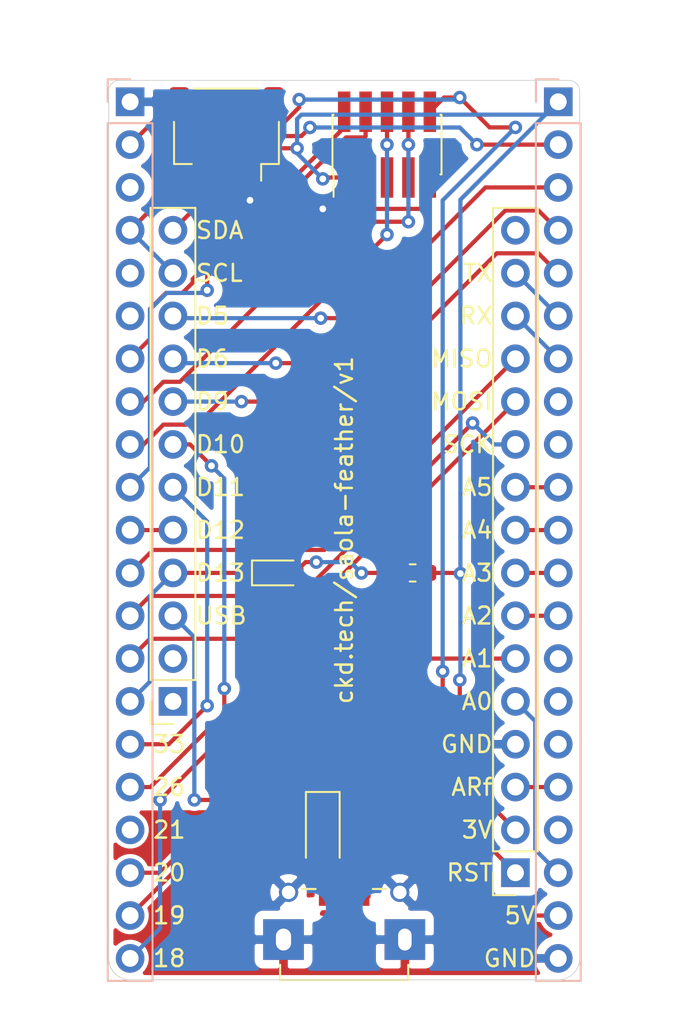
<source format=kicad_pcb>
(kicad_pcb (version 20171130) (host pcbnew "(5.1.6-0-10_14)")

  (general
    (thickness 1.6)
    (drawings 42)
    (tracks 206)
    (zones 0)
    (modules 11)
    (nets 49)
  )

  (page A4)
  (layers
    (0 F.Cu signal)
    (31 B.Cu signal)
    (32 B.Adhes user)
    (33 F.Adhes user)
    (34 B.Paste user)
    (35 F.Paste user)
    (36 B.SilkS user)
    (37 F.SilkS user)
    (38 B.Mask user)
    (39 F.Mask user)
    (40 Dwgs.User user)
    (41 Cmts.User user)
    (42 Eco1.User user)
    (43 Eco2.User user)
    (44 Edge.Cuts user)
    (45 Margin user)
    (46 B.CrtYd user)
    (47 F.CrtYd user)
    (48 B.Fab user)
    (49 F.Fab user)
  )

  (setup
    (last_trace_width 0.25)
    (trace_clearance 0.2)
    (zone_clearance 0.254)
    (zone_45_only no)
    (trace_min 0.2)
    (via_size 0.8)
    (via_drill 0.4)
    (via_min_size 0.4)
    (via_min_drill 0.3)
    (uvia_size 0.3)
    (uvia_drill 0.1)
    (uvias_allowed no)
    (uvia_min_size 0.2)
    (uvia_min_drill 0.1)
    (edge_width 0.05)
    (segment_width 0.2)
    (pcb_text_width 0.3)
    (pcb_text_size 1.5 1.5)
    (mod_edge_width 0.12)
    (mod_text_size 1 1)
    (mod_text_width 0.15)
    (pad_size 1.524 1.524)
    (pad_drill 0.762)
    (pad_to_mask_clearance 0.05)
    (aux_axis_origin 0 0)
    (visible_elements FFFFFF7F)
    (pcbplotparams
      (layerselection 0x010fc_ffffffff)
      (usegerberextensions false)
      (usegerberattributes true)
      (usegerberadvancedattributes true)
      (creategerberjobfile true)
      (excludeedgelayer true)
      (linewidth 0.100000)
      (plotframeref false)
      (viasonmask false)
      (mode 1)
      (useauxorigin false)
      (hpglpennumber 1)
      (hpglpenspeed 20)
      (hpglpendiameter 15.000000)
      (psnegative false)
      (psa4output false)
      (plotreference true)
      (plotvalue true)
      (plotinvisibletext false)
      (padsonsilk false)
      (subtractmaskfromsilk false)
      (outputformat 1)
      (mirror false)
      (drillshape 1)
      (scaleselection 1)
      (outputdirectory ""))
  )

  (net 0 "")
  (net 1 "Net-(D1-Pad2)")
  (net 2 +5V)
  (net 3 GND)
  (net 4 /IO17)
  (net 5 /IO16)
  (net 6 /IO15)
  (net 7 /IO14)
  (net 8 /IO13)
  (net 9 /IO12)
  (net 10 /IO11)
  (net 11 /IO10)
  (net 12 /IO9)
  (net 13 /IO8)
  (net 14 /IO7)
  (net 15 /IO6)
  (net 16 /IO5)
  (net 17 /IO4)
  (net 18 /IO3)
  (net 19 /IO2)
  (net 20 /IO1)
  (net 21 /IO0)
  (net 22 +3V3)
  (net 23 /IO33)
  (net 24 /IO38)
  (net 25 "Net-(J2-Pad2)")
  (net 26 "Net-(J2-Pad1)")
  (net 27 /USB-)
  (net 28 /USB+)
  (net 29 "Net-(J4-Pad4)")
  (net 30 "Net-(J5-Pad16)")
  (net 31 /IO37)
  (net 32 /IO35)
  (net 33 /IO36)
  (net 34 /IO18)
  (net 35 /RST)
  (net 36 /TMS_IO42)
  (net 37 /TCK_IO39)
  (net 38 /TDO_IO40)
  (net 39 /TDI_IO41)
  (net 40 /IO21)
  (net 41 /IO26)
  (net 42 /IO34)
  (net 43 /TX0_IO43)
  (net 44 /RX0_IO44)
  (net 45 /IO45)
  (net 46 /IO46)
  (net 47 "Net-(J6-Pad7)")
  (net 48 "Net-(D2-Pad2)")

  (net_class Default "This is the default net class."
    (clearance 0.2)
    (trace_width 0.25)
    (via_dia 0.8)
    (via_drill 0.4)
    (uvia_dia 0.3)
    (uvia_drill 0.1)
    (add_net +3V3)
    (add_net +5V)
    (add_net /IO0)
    (add_net /IO1)
    (add_net /IO10)
    (add_net /IO11)
    (add_net /IO12)
    (add_net /IO13)
    (add_net /IO14)
    (add_net /IO15)
    (add_net /IO16)
    (add_net /IO17)
    (add_net /IO18)
    (add_net /IO2)
    (add_net /IO21)
    (add_net /IO26)
    (add_net /IO3)
    (add_net /IO33)
    (add_net /IO34)
    (add_net /IO35)
    (add_net /IO36)
    (add_net /IO37)
    (add_net /IO38)
    (add_net /IO4)
    (add_net /IO45)
    (add_net /IO46)
    (add_net /IO5)
    (add_net /IO6)
    (add_net /IO7)
    (add_net /IO8)
    (add_net /IO9)
    (add_net /RST)
    (add_net /RX0_IO44)
    (add_net /TCK_IO39)
    (add_net /TDI_IO41)
    (add_net /TDO_IO40)
    (add_net /TMS_IO42)
    (add_net /TX0_IO43)
    (add_net /USB+)
    (add_net /USB-)
    (add_net GND)
    (add_net "Net-(D1-Pad2)")
    (add_net "Net-(D2-Pad2)")
    (add_net "Net-(J2-Pad1)")
    (add_net "Net-(J2-Pad2)")
    (add_net "Net-(J4-Pad4)")
    (add_net "Net-(J5-Pad16)")
    (add_net "Net-(J6-Pad7)")
  )

  (module Resistor_SMD:R_0603_1608Metric_Pad1.05x0.95mm_HandSolder (layer F.Cu) (tedit 5B301BBD) (tstamp 5EC8DB84)
    (at 118.364 104.14 180)
    (descr "Resistor SMD 0603 (1608 Metric), square (rectangular) end terminal, IPC_7351 nominal with elongated pad for handsoldering. (Body size source: http://www.tortai-tech.com/upload/download/2011102023233369053.pdf), generated with kicad-footprint-generator")
    (tags "resistor handsolder")
    (path /5ECE3770)
    (attr smd)
    (fp_text reference R1 (at 0 -1.43) (layer F.SilkS) hide
      (effects (font (size 1 1) (thickness 0.15)))
    )
    (fp_text value R_Small (at 0 1.43) (layer F.Fab)
      (effects (font (size 1 1) (thickness 0.15)))
    )
    (fp_line (start 1.65 0.73) (end -1.65 0.73) (layer F.CrtYd) (width 0.05))
    (fp_line (start 1.65 -0.73) (end 1.65 0.73) (layer F.CrtYd) (width 0.05))
    (fp_line (start -1.65 -0.73) (end 1.65 -0.73) (layer F.CrtYd) (width 0.05))
    (fp_line (start -1.65 0.73) (end -1.65 -0.73) (layer F.CrtYd) (width 0.05))
    (fp_line (start -0.171267 0.51) (end 0.171267 0.51) (layer F.SilkS) (width 0.12))
    (fp_line (start -0.171267 -0.51) (end 0.171267 -0.51) (layer F.SilkS) (width 0.12))
    (fp_line (start 0.8 0.4) (end -0.8 0.4) (layer F.Fab) (width 0.1))
    (fp_line (start 0.8 -0.4) (end 0.8 0.4) (layer F.Fab) (width 0.1))
    (fp_line (start -0.8 -0.4) (end 0.8 -0.4) (layer F.Fab) (width 0.1))
    (fp_line (start -0.8 0.4) (end -0.8 -0.4) (layer F.Fab) (width 0.1))
    (fp_text user %R (at 0 0) (layer F.Fab)
      (effects (font (size 0.4 0.4) (thickness 0.06)))
    )
    (pad 2 smd roundrect (at 0.875 0 180) (size 1.05 0.95) (layers F.Cu F.Paste F.Mask) (roundrect_rratio 0.25)
      (net 48 "Net-(D2-Pad2)"))
    (pad 1 smd roundrect (at -0.875 0 180) (size 1.05 0.95) (layers F.Cu F.Paste F.Mask) (roundrect_rratio 0.25)
      (net 22 +3V3))
    (model ${KISYS3DMOD}/Resistor_SMD.3dshapes/R_0603_1608Metric.wrl
      (at (xyz 0 0 0))
      (scale (xyz 1 1 1))
      (rotate (xyz 0 0 0))
    )
  )

  (module LED_SMD:LED_0603_1608Metric_Pad1.05x0.95mm_HandSolder (layer F.Cu) (tedit 5B4B45C9) (tstamp 5EC8D88B)
    (at 110.49 104.14)
    (descr "LED SMD 0603 (1608 Metric), square (rectangular) end terminal, IPC_7351 nominal, (Body size source: http://www.tortai-tech.com/upload/download/2011102023233369053.pdf), generated with kicad-footprint-generator")
    (tags "LED handsolder")
    (path /5ECE290D)
    (attr smd)
    (fp_text reference D2 (at 0 -1.43) (layer F.SilkS) hide
      (effects (font (size 1 1) (thickness 0.15)))
    )
    (fp_text value LED_Small (at 0 1.43) (layer F.Fab)
      (effects (font (size 1 1) (thickness 0.15)))
    )
    (fp_line (start 1.65 0.73) (end -1.65 0.73) (layer F.CrtYd) (width 0.05))
    (fp_line (start 1.65 -0.73) (end 1.65 0.73) (layer F.CrtYd) (width 0.05))
    (fp_line (start -1.65 -0.73) (end 1.65 -0.73) (layer F.CrtYd) (width 0.05))
    (fp_line (start -1.65 0.73) (end -1.65 -0.73) (layer F.CrtYd) (width 0.05))
    (fp_line (start -1.66 0.735) (end 0.8 0.735) (layer F.SilkS) (width 0.12))
    (fp_line (start -1.66 -0.735) (end -1.66 0.735) (layer F.SilkS) (width 0.12))
    (fp_line (start 0.8 -0.735) (end -1.66 -0.735) (layer F.SilkS) (width 0.12))
    (fp_line (start 0.8 0.4) (end 0.8 -0.4) (layer F.Fab) (width 0.1))
    (fp_line (start -0.8 0.4) (end 0.8 0.4) (layer F.Fab) (width 0.1))
    (fp_line (start -0.8 -0.1) (end -0.8 0.4) (layer F.Fab) (width 0.1))
    (fp_line (start -0.5 -0.4) (end -0.8 -0.1) (layer F.Fab) (width 0.1))
    (fp_line (start 0.8 -0.4) (end -0.5 -0.4) (layer F.Fab) (width 0.1))
    (fp_text user %R (at 0 0) (layer F.Fab)
      (effects (font (size 0.4 0.4) (thickness 0.06)))
    )
    (pad 2 smd roundrect (at 0.875 0) (size 1.05 0.95) (layers F.Cu F.Paste F.Mask) (roundrect_rratio 0.25)
      (net 48 "Net-(D2-Pad2)"))
    (pad 1 smd roundrect (at -0.875 0) (size 1.05 0.95) (layers F.Cu F.Paste F.Mask) (roundrect_rratio 0.25)
      (net 42 /IO34))
    (model ${KISYS3DMOD}/LED_SMD.3dshapes/LED_0603_1608Metric.wrl
      (at (xyz 0 0 0))
      (scale (xyz 1 1 1))
      (rotate (xyz 0 0 0))
    )
  )

  (module chickadee:chickadee_3mm_fcu (layer F.Cu) (tedit 0) (tstamp 5EC8A6F3)
    (at 114.3 114.046)
    (fp_text reference G*** (at 0 0) (layer F.SilkS) hide
      (effects (font (size 1.524 1.524) (thickness 0.3)))
    )
    (fp_text value "Chickadee 3mm" (at 0.75 0) (layer F.SilkS) hide
      (effects (font (size 1.524 1.524) (thickness 0.3)))
    )
    (fp_poly (pts (xy -2.158969 -1.476897) (xy -2.121134 -1.475122) (xy -2.085237 -1.47205) (xy -2.049588 -1.467549)
      (xy -2.012501 -1.461488) (xy -1.987463 -1.456774) (xy -1.950495 -1.449127) (xy -1.91523 -1.440944)
      (xy -1.880622 -1.431892) (xy -1.845624 -1.421636) (xy -1.809191 -1.409844) (xy -1.770278 -1.396182)
      (xy -1.727839 -1.380316) (xy -1.680827 -1.361912) (xy -1.645263 -1.347594) (xy -1.598042 -1.328195)
      (xy -1.550102 -1.308057) (xy -1.501041 -1.286989) (xy -1.450453 -1.264801) (xy -1.397934 -1.241305)
      (xy -1.343079 -1.216311) (xy -1.285486 -1.189628) (xy -1.224749 -1.161068) (xy -1.160464 -1.130441)
      (xy -1.092227 -1.097558) (xy -1.019635 -1.062228) (xy -0.942281 -1.024263) (xy -0.859764 -0.983472)
      (xy -0.771677 -0.939667) (xy -0.713915 -0.910823) (xy -0.632201 -0.870036) (xy -0.556268 -0.832302)
      (xy -0.485642 -0.797404) (xy -0.419851 -0.765125) (xy -0.358423 -0.735248) (xy -0.300885 -0.707556)
      (xy -0.246765 -0.681833) (xy -0.195591 -0.657862) (xy -0.146889 -0.635425) (xy -0.100189 -0.614305)
      (xy -0.055018 -0.594286) (xy -0.010903 -0.575152) (xy 0.032629 -0.556684) (xy 0.076049 -0.538666)
      (xy 0.119829 -0.520881) (xy 0.164443 -0.503112) (xy 0.210363 -0.485143) (xy 0.227542 -0.478491)
      (xy 0.251524 -0.469207) (xy 0.273788 -0.460545) (xy 0.293348 -0.452891) (xy 0.309219 -0.446634)
      (xy 0.320414 -0.44216) (xy 0.325784 -0.43993) (xy 0.335832 -0.435427) (xy 0.320698 -0.416151)
      (xy 0.308889 -0.402098) (xy 0.29292 -0.384518) (xy 0.273921 -0.364551) (xy 0.253023 -0.343337)
      (xy 0.231357 -0.322014) (xy 0.210055 -0.301723) (xy 0.190246 -0.283603) (xy 0.181681 -0.27608)
      (xy 0.106102 -0.214961) (xy 0.024352 -0.156762) (xy -0.063253 -0.101625) (xy -0.156399 -0.049694)
      (xy -0.254769 -0.001114) (xy -0.358048 0.043973) (xy -0.465921 0.085422) (xy -0.578072 0.123091)
      (xy -0.694186 0.156835) (xy -0.813946 0.18651) (xy -0.853722 0.195281) (xy -0.912747 0.207567)
      (xy -0.966586 0.218013) (xy -1.016795 0.226877) (xy -1.064926 0.234413) (xy -1.112531 0.240877)
      (xy -1.161165 0.246526) (xy -1.171222 0.247588) (xy -1.191268 0.249185) (xy -1.216488 0.250438)
      (xy -1.245561 0.251348) (xy -1.277167 0.251913) (xy -1.309986 0.252134) (xy -1.342697 0.252011)
      (xy -1.37398 0.251543) (xy -1.402515 0.25073) (xy -1.426981 0.249572) (xy -1.446059 0.248069)
      (xy -1.449917 0.247629) (xy -1.520413 0.236359) (xy -1.585332 0.220777) (xy -1.644686 0.200875)
      (xy -1.698489 0.176642) (xy -1.746754 0.148071) (xy -1.789494 0.115152) (xy -1.826725 0.077875)
      (xy -1.858458 0.036233) (xy -1.884708 -0.009784) (xy -1.904186 -0.056444) (xy -1.913436 -0.084664)
      (xy -1.92005 -0.11021) (xy -1.924389 -0.13533) (xy -1.926811 -0.162274) (xy -1.927677 -0.19329)
      (xy -1.927689 -0.20331) (xy -1.927494 -0.260217) (xy -1.950459 -0.26257) (xy -1.973423 -0.264922)
      (xy -2.023181 -0.23099) (xy -2.022739 -0.181641) (xy -2.018754 -0.12341) (xy -2.007973 -0.066659)
      (xy -1.990573 -0.011805) (xy -1.966733 0.040732) (xy -1.936631 0.090536) (xy -1.900446 0.137188)
      (xy -1.875226 0.164155) (xy -1.83459 0.201) (xy -1.79086 0.233371) (xy -1.743528 0.261491)
      (xy -1.692089 0.285584) (xy -1.636034 0.305873) (xy -1.574857 0.322584) (xy -1.508052 0.335938)
      (xy -1.474611 0.341113) (xy -1.453545 0.343389) (xy -1.426697 0.345185) (xy -1.395325 0.3465)
      (xy -1.360685 0.347334) (xy -1.324034 0.347688) (xy -1.286631 0.347562) (xy -1.249731 0.346956)
      (xy -1.214593 0.34587) (xy -1.182474 0.344303) (xy -1.15463 0.342257) (xy -1.143 0.341088)
      (xy -1.028753 0.325915) (xy -0.913621 0.306055) (xy -0.798476 0.28177) (xy -0.684191 0.253321)
      (xy -0.571641 0.220969) (xy -0.461697 0.184975) (xy -0.355234 0.1456) (xy -0.253124 0.103106)
      (xy -0.15624 0.057754) (xy -0.101392 0.029498) (xy -0.018282 -0.017249) (xy 0.060658 -0.066369)
      (xy 0.134981 -0.117513) (xy 0.204241 -0.170332) (xy 0.267993 -0.224478) (xy 0.325791 -0.279603)
      (xy 0.377188 -0.335357) (xy 0.39888 -0.36152) (xy 0.413589 -0.379428) (xy 0.424647 -0.391741)
      (xy 0.432321 -0.398733) (xy 0.436878 -0.400678) (xy 0.437106 -0.400627) (xy 0.451682 -0.396988)
      (xy 0.472129 -0.392861) (xy 0.497296 -0.388412) (xy 0.526029 -0.383807) (xy 0.557174 -0.379213)
      (xy 0.589579 -0.374796) (xy 0.622091 -0.370724) (xy 0.653556 -0.367163) (xy 0.682821 -0.36428)
      (xy 0.696736 -0.363107) (xy 0.726996 -0.36137) (xy 0.760509 -0.360689) (xy 0.797721 -0.361091)
      (xy 0.839075 -0.362602) (xy 0.885017 -0.36525) (xy 0.935991 -0.369062) (xy 0.992441 -0.374063)
      (xy 1.054812 -0.380281) (xy 1.123548 -0.387744) (xy 1.144764 -0.390147) (xy 1.242696 -0.401961)
      (xy 1.34711 -0.415747) (xy 1.457726 -0.431456) (xy 1.574267 -0.449038) (xy 1.696454 -0.468441)
      (xy 1.824011 -0.489614) (xy 1.956657 -0.512508) (xy 2.094117 -0.537072) (xy 2.23611 -0.563254)
      (xy 2.38236 -0.591005) (xy 2.532588 -0.620273) (xy 2.686517 -0.651009) (xy 2.843867 -0.68316)
      (xy 3.004361 -0.716678) (xy 3.167721 -0.751511) (xy 3.333669 -0.787608) (xy 3.361972 -0.793834)
      (xy 3.393505 -0.800732) (xy 3.423573 -0.807213) (xy 3.451326 -0.813101) (xy 3.475913 -0.81822)
      (xy 3.496484 -0.822393) (xy 3.512186 -0.825444) (xy 3.52217 -0.827196) (xy 3.52425 -0.82748)
      (xy 3.551629 -0.827397) (xy 3.580597 -0.821802) (xy 3.609337 -0.81136) (xy 3.636032 -0.796737)
      (xy 3.658863 -0.7786) (xy 3.659577 -0.777903) (xy 3.670334 -0.765542) (xy 3.683559 -0.747416)
      (xy 3.698873 -0.724218) (xy 3.715898 -0.696638) (xy 3.734253 -0.665367) (xy 3.753562 -0.631098)
      (xy 3.773444 -0.594521) (xy 3.793521 -0.556329) (xy 3.813415 -0.517211) (xy 3.832747 -0.477861)
      (xy 3.851137 -0.438969) (xy 3.868208 -0.401226) (xy 3.876938 -0.381112) (xy 3.904418 -0.312172)
      (xy 3.926295 -0.247247) (xy 3.942564 -0.186369) (xy 3.95322 -0.129572) (xy 3.958258 -0.076888)
      (xy 3.957674 -0.02835) (xy 3.951462 0.016008) (xy 3.940303 0.054355) (xy 3.930721 0.074617)
      (xy 3.917158 0.09653) (xy 3.901359 0.117628) (xy 3.885072 0.135441) (xy 3.879089 0.14086)
      (xy 3.8637 0.152771) (xy 3.847081 0.163287) (xy 3.828689 0.172518) (xy 3.807978 0.180574)
      (xy 3.784406 0.187565) (xy 3.757427 0.193602) (xy 3.726498 0.198794) (xy 3.691074 0.203252)
      (xy 3.650612 0.207086) (xy 3.604567 0.210405) (xy 3.552396 0.213321) (xy 3.511903 0.215182)
      (xy 3.492132 0.215961) (xy 3.466304 0.216876) (xy 3.435416 0.217897) (xy 3.400464 0.218994)
      (xy 3.362446 0.220137) (xy 3.322357 0.221294) (xy 3.281195 0.222437) (xy 3.239956 0.223534)
      (xy 3.219097 0.22407) (xy 3.113132 0.226865) (xy 3.013623 0.229728) (xy 2.919971 0.232688)
      (xy 2.831576 0.235774) (xy 2.74784 0.239016) (xy 2.668162 0.242444) (xy 2.591944 0.246086)
      (xy 2.518587 0.249972) (xy 2.447491 0.254132) (xy 2.378056 0.258595) (xy 2.309683 0.26339)
      (xy 2.241774 0.268548) (xy 2.173729 0.274096) (xy 2.137833 0.277168) (xy 1.985425 0.291484)
      (xy 1.838916 0.307501) (xy 1.697314 0.325426) (xy 1.559629 0.345462) (xy 1.424869 0.367813)
      (xy 1.292042 0.392686) (xy 1.160156 0.420283) (xy 1.028221 0.450811) (xy 0.895244 0.484473)
      (xy 0.760234 0.521474) (xy 0.622199 0.562018) (xy 0.480149 0.606311) (xy 0.372181 0.641516)
      (xy 0.315529 0.660415) (xy 0.263101 0.678181) (xy 0.214324 0.695079) (xy 0.168627 0.711377)
      (xy 0.125437 0.72734) (xy 0.084184 0.743235) (xy 0.044295 0.759327) (xy 0.005199 0.775884)
      (xy -0.033675 0.79317) (xy -0.072901 0.811452) (xy -0.113048 0.830997) (xy -0.15469 0.852071)
      (xy -0.198398 0.874939) (xy -0.244743 0.899869) (xy -0.294297 0.927125) (xy -0.347632 0.956975)
      (xy -0.40532 0.989684) (xy -0.467932 1.025519) (xy -0.532694 1.062815) (xy -0.582887 1.091743)
      (xy -0.627657 1.11745) (xy -0.667661 1.140298) (xy -0.703555 1.160648) (xy -0.735994 1.178863)
      (xy -0.765635 1.195303) (xy -0.793134 1.21033) (xy -0.819147 1.224307) (xy -0.84433 1.237594)
      (xy -0.869338 1.250554) (xy -0.894828 1.263549) (xy -0.917222 1.27482) (xy -0.982539 1.306741)
      (xy -1.043326 1.334702) (xy -1.100631 1.359064) (xy -1.155499 1.380188) (xy -1.208978 1.398436)
      (xy -1.262115 1.414169) (xy -1.315957 1.427748) (xy -1.371551 1.439537) (xy -1.419025 1.448094)
      (xy -1.478301 1.457475) (xy -1.532886 1.464849) (xy -1.584804 1.470377) (xy -1.636074 1.474223)
      (xy -1.688721 1.47655) (xy -1.744766 1.477522) (xy -1.783292 1.477509) (xy -1.80988 1.477309)
      (xy -1.834924 1.477051) (xy -1.85733 1.476751) (xy -1.876003 1.476426) (xy -1.889851 1.476092)
      (xy -1.897777 1.475767) (xy -1.897944 1.475755) (xy -1.988991 1.46674) (xy -2.0788 1.453096)
      (xy -2.166515 1.435042) (xy -2.251282 1.412798) (xy -2.332244 1.386583) (xy -2.408545 1.356619)
      (xy -2.466209 1.329817) (xy -2.552043 1.282919) (xy -2.63567 1.229377) (xy -2.717012 1.169273)
      (xy -2.795994 1.10269) (xy -2.872539 1.029708) (xy -2.946571 0.950411) (xy -3.018015 0.864879)
      (xy -3.086793 0.773196) (xy -3.152829 0.675442) (xy -3.216048 0.571701) (xy -3.276373 0.462053)
      (xy -3.2807 0.453746) (xy -3.317707 0.378734) (xy -3.352221 0.300989) (xy -3.3846 0.21958)
      (xy -3.415202 0.133574) (xy -3.444388 0.042039) (xy -3.46089 -0.014242) (xy -3.468457 -0.040831)
      (xy -3.714194 -0.139956) (xy -3.753671 -0.155931) (xy -3.791187 -0.171209) (xy -3.826234 -0.185578)
      (xy -3.858306 -0.198827) (xy -3.886898 -0.210743) (xy -3.911502 -0.221113) (xy -3.931612 -0.229726)
      (xy -3.946722 -0.23637) (xy -3.956326 -0.240832) (xy -3.959917 -0.242899) (xy -3.959931 -0.242945)
      (xy -3.957356 -0.245822) (xy -3.949885 -0.253035) (xy -3.937902 -0.264238) (xy -3.921787 -0.279083)
      (xy -3.901922 -0.297224) (xy -3.87869 -0.318314) (xy -3.852471 -0.342006) (xy -3.823649 -0.367952)
      (xy -3.792605 -0.395807) (xy -3.75972 -0.425222) (xy -3.734153 -0.448034) (xy -3.508375 -0.649259)
      (xy -3.493997 -0.688978) (xy -3.465662 -0.759052) (xy -3.432414 -0.825955) (xy -3.393848 -0.890293)
      (xy -3.349555 -0.952676) (xy -3.29913 -1.013713) (xy -3.242165 -1.07401) (xy -3.225776 -1.090083)
      (xy -3.158462 -1.150261) (xy -3.08587 -1.205941) (xy -3.008266 -1.25699) (xy -2.925914 -1.303278)
      (xy -2.839079 -1.34467) (xy -2.748026 -1.381036) (xy -2.653021 -1.412242) (xy -2.554329 -1.438158)
      (xy -2.50825 -1.448166) (xy -2.463853 -1.456803) (xy -2.424131 -1.463573) (xy -2.387021 -1.468705)
      (xy -2.35046 -1.472428) (xy -2.312386 -1.474971) (xy -2.270735 -1.476561) (xy -2.247194 -1.477084)
      (xy -2.200426 -1.477507) (xy -2.158969 -1.476897)) (layer F.Mask) (width 0.01))
    (fp_poly (pts (xy -2.190577 -1.394931) (xy -2.158906 -1.394428) (xy -2.131275 -1.393379) (xy -2.106176 -1.39166)
      (xy -2.082107 -1.389149) (xy -2.057561 -1.385724) (xy -2.031033 -1.38126) (xy -2.009069 -1.377185)
      (xy -1.950214 -1.364422) (xy -1.889117 -1.348355) (xy -1.828664 -1.329818) (xy -1.77174 -1.309646)
      (xy -1.760361 -1.305223) (xy -1.717183 -1.28803) (xy -1.674808 -1.270892) (xy -1.63285 -1.25363)
      (xy -1.59092 -1.236063) (xy -1.548631 -1.218011) (xy -1.505596 -1.199293) (xy -1.461427 -1.179729)
      (xy -1.415735 -1.159138) (xy -1.368134 -1.137341) (xy -1.318236 -1.114156) (xy -1.265653 -1.089403)
      (xy -1.209997 -1.062901) (xy -1.150882 -1.034472) (xy -1.087918 -1.003933) (xy -1.02072 -0.971104)
      (xy -0.948898 -0.935806) (xy -0.872065 -0.897857) (xy -0.789834 -0.857077) (xy -0.701817 -0.813286)
      (xy -0.679097 -0.801963) (xy -0.600817 -0.763019) (xy -0.528298 -0.72712) (xy -0.461051 -0.694039)
      (xy -0.398585 -0.663552) (xy -0.340411 -0.635433) (xy -0.286038 -0.609455) (xy -0.234976 -0.585394)
      (xy -0.186735 -0.563022) (xy -0.140825 -0.542115) (xy -0.096756 -0.522447) (xy -0.054038 -0.503792)
      (xy -0.012181 -0.485924) (xy 0.029306 -0.468618) (xy 0.070912 -0.451647) (xy 0.113128 -0.434787)
      (xy 0.146403 -0.421719) (xy 0.169926 -0.412482) (xy 0.191319 -0.403963) (xy 0.209688 -0.396527)
      (xy 0.224143 -0.39054) (xy 0.233791 -0.386365) (xy 0.237732 -0.384376) (xy 0.237199 -0.380281)
      (xy 0.231987 -0.372263) (xy 0.222739 -0.361032) (xy 0.2101 -0.347296) (xy 0.194712 -0.331764)
      (xy 0.177219 -0.315145) (xy 0.164178 -0.303343) (xy 0.096199 -0.247242) (xy 0.021764 -0.193747)
      (xy -0.059006 -0.142914) (xy -0.145989 -0.0948) (xy -0.239062 -0.049462) (xy -0.338103 -0.006957)
      (xy -0.442991 0.032658) (xy -0.553602 0.069327) (xy -0.669815 0.102992) (xy -0.756708 0.125296)
      (xy -0.857303 0.148538) (xy -0.952291 0.167867) (xy -1.041919 0.183303) (xy -1.126439 0.194868)
      (xy -1.206099 0.20258) (xy -1.281149 0.206462) (xy -1.351837 0.206535) (xy -1.418413 0.202818)
      (xy -1.481126 0.195332) (xy -1.518918 0.18866) (xy -1.57955 0.173748) (xy -1.634906 0.154367)
      (xy -1.684914 0.13059) (xy -1.729501 0.102491) (xy -1.768596 0.070142) (xy -1.802127 0.033617)
      (xy -1.830021 -0.007012) (xy -1.852205 -0.051671) (xy -1.868608 -0.100287) (xy -1.879158 -0.152786)
      (xy -1.882097 -0.17906) (xy -1.882915 -0.190167) (xy -1.883851 -0.198302) (xy -1.885889 -0.204006)
      (xy -1.890009 -0.207822) (xy -1.897194 -0.21029) (xy -1.908425 -0.211954) (xy -1.924685 -0.213354)
      (xy -1.946955 -0.215033) (xy -1.947333 -0.215063) (xy -1.974885 -0.21729) (xy -1.996056 -0.219184)
      (xy -2.011509 -0.220834) (xy -2.021906 -0.222327) (xy -2.02791 -0.223751) (xy -2.030183 -0.225193)
      (xy -2.030082 -0.226026) (xy -2.032027 -0.227335) (xy -2.038861 -0.22756) (xy -2.048532 -0.226886)
      (xy -2.05899 -0.225503) (xy -2.068183 -0.223597) (xy -2.072569 -0.222141) (xy -2.078077 -0.220624)
      (xy -2.089384 -0.218164) (xy -2.105331 -0.214992) (xy -2.124759 -0.211335) (xy -2.146511 -0.207422)
      (xy -2.151944 -0.206471) (xy -2.23343 -0.192964) (xy -2.310846 -0.181591) (xy -2.386734 -0.172013)
      (xy -2.463633 -0.163891) (xy -2.487083 -0.161706) (xy -2.509513 -0.160112) (xy -2.536719 -0.158879)
      (xy -2.567348 -0.158007) (xy -2.600049 -0.157496) (xy -2.633471 -0.157348) (xy -2.666262 -0.157562)
      (xy -2.69707 -0.158139) (xy -2.724545 -0.15908) (xy -2.747334 -0.160385) (xy -2.760486 -0.161598)
      (xy -2.833314 -0.171253) (xy -2.904171 -0.18314) (xy -2.974932 -0.197651) (xy -3.047473 -0.215178)
      (xy -3.123669 -0.23611) (xy -3.139143 -0.240632) (xy -3.161757 -0.247425) (xy -3.178423 -0.252778)
      (xy -3.190018 -0.257041) (xy -3.197422 -0.260562) (xy -3.20151 -0.263691) (xy -3.202943 -0.266032)
      (xy -3.203909 -0.271145) (xy -3.205491 -0.282439) (xy -3.20759 -0.299075) (xy -3.210105 -0.320217)
      (xy -3.212937 -0.345025) (xy -3.215987 -0.372662) (xy -3.219082 -0.401608) (xy -3.222679 -0.435601)
      (xy -3.225565 -0.463243) (xy -3.227688 -0.485209) (xy -3.228999 -0.50217) (xy -3.229447 -0.514802)
      (xy -3.228982 -0.523777) (xy -3.227553 -0.52977) (xy -3.22511 -0.533453) (xy -3.221603 -0.535501)
      (xy -3.216982 -0.536587) (xy -3.211195 -0.537385) (xy -3.208909 -0.537717) (xy -3.197663 -0.539746)
      (xy -3.180611 -0.543203) (xy -3.158807 -0.547849) (xy -3.1333 -0.553445) (xy -3.105142 -0.559751)
      (xy -3.075385 -0.566529) (xy -3.045079 -0.573539) (xy -3.015275 -0.580543) (xy -2.987025 -0.5873)
      (xy -2.96138 -0.593573) (xy -2.942167 -0.598407) (xy -2.839538 -0.625766) (xy -2.743547 -0.653603)
      (xy -2.653787 -0.682055) (xy -2.569847 -0.711258) (xy -2.49132 -0.74135) (xy -2.417797 -0.772466)
      (xy -2.405944 -0.777787) (xy -2.33527 -0.81224) (xy -2.2633 -0.851978) (xy -2.191754 -0.895908)
      (xy -2.122352 -0.942934) (xy -2.05681 -0.991963) (xy -2.012597 -1.028214) (xy -1.994935 -1.043577)
      (xy -1.976602 -1.059988) (xy -1.958316 -1.076756) (xy -1.940794 -1.09319) (xy -1.924751 -1.108599)
      (xy -1.910905 -1.122291) (xy -1.899973 -1.133576) (xy -1.892671 -1.141762) (xy -1.889717 -1.146159)
      (xy -1.889781 -1.146632) (xy -1.895886 -1.149881) (xy -1.907863 -1.154203) (xy -1.924653 -1.159337)
      (xy -1.945199 -1.16502) (xy -1.968444 -1.170989) (xy -1.99333 -1.176981) (xy -2.018801 -1.182735)
      (xy -2.043799 -1.187987) (xy -2.067268 -1.192474) (xy -2.088148 -1.195935) (xy -2.088444 -1.195979)
      (xy -2.143487 -1.202523) (xy -2.197821 -1.205577) (xy -2.252961 -1.205107) (xy -2.310419 -1.201077)
      (xy -2.371711 -1.193452) (xy -2.401539 -1.188739) (xy -2.494796 -1.17015) (xy -2.584229 -1.146293)
      (xy -2.669623 -1.117275) (xy -2.750766 -1.083203) (xy -2.827443 -1.044182) (xy -2.899442 -1.000319)
      (xy -2.966549 -0.95172) (xy -3.028551 -0.898491) (xy -3.072051 -0.855085) (xy -3.114426 -0.806444)
      (xy -3.152464 -0.755667) (xy -3.185507 -0.70377) (xy -3.212895 -0.65177) (xy -3.230344 -0.610645)
      (xy -3.23532 -0.598231) (xy -3.239944 -0.588063) (xy -3.243211 -0.582348) (xy -3.246468 -0.579042)
      (xy -3.254369 -0.57133) (xy -3.266439 -0.559666) (xy -3.282207 -0.544504) (xy -3.301199 -0.526296)
      (xy -3.322943 -0.505496) (xy -3.346966 -0.482558) (xy -3.372795 -0.457935) (xy -3.391958 -0.439691)
      (xy -3.418659 -0.414263) (xy -3.443792 -0.390288) (xy -3.466896 -0.368206) (xy -3.487514 -0.34846)
      (xy -3.505187 -0.331487) (xy -3.519455 -0.31773) (xy -3.529861 -0.307629) (xy -3.535945 -0.301624)
      (xy -3.537393 -0.300078) (xy -3.534428 -0.298301) (xy -3.525616 -0.293948) (xy -3.511564 -0.287299)
      (xy -3.492877 -0.278632) (xy -3.470164 -0.268227) (xy -3.444028 -0.256363) (xy -3.415077 -0.243317)
      (xy -3.383917 -0.22937) (xy -3.376532 -0.226077) (xy -3.214874 -0.154058) (xy -3.198019 -0.093786)
      (xy -3.189906 -0.065801) (xy -3.180059 -0.033466) (xy -3.169084 0.001347) (xy -3.157589 0.036762)
      (xy -3.146183 0.070907) (xy -3.135473 0.101907) (xy -3.126489 0.126757) (xy -3.121041 0.140443)
      (xy -3.116521 0.148917) (xy -3.111864 0.153733) (xy -3.10617 0.156392) (xy -3.098868 0.157558)
      (xy -3.085547 0.158496) (xy -3.06724 0.159209) (xy -3.04498 0.159697) (xy -3.019799 0.159965)
      (xy -2.992731 0.160013) (xy -2.964808 0.159845) (xy -2.937063 0.159461) (xy -2.910528 0.158866)
      (xy -2.886237 0.15806) (xy -2.865223 0.157046) (xy -2.848681 0.155841) (xy -2.685739 0.138212)
      (xy -2.585861 0.124838) (xy -2.543141 0.1184) (xy -2.506322 0.1121) (xy -2.474266 0.105624)
      (xy -2.445833 0.098661) (xy -2.419884 0.090899) (xy -2.395279 0.082025) (xy -2.370878 0.071727)
      (xy -2.345543 0.059694) (xy -2.342444 0.058147) (xy -2.286885 0.026813) (xy -2.232336 -0.010789)
      (xy -2.179767 -0.053872) (xy -2.130148 -0.101647) (xy -2.089686 -0.146958) (xy -2.071653 -0.168681)
      (xy -2.069252 -0.143431) (xy -2.062225 -0.096009) (xy -2.050319 -0.046832) (xy -2.034198 0.002224)
      (xy -2.014523 0.049282) (xy -1.991958 0.092463) (xy -1.978281 0.114289) (xy -1.94066 0.164006)
      (xy -1.897859 0.209003) (xy -1.849963 0.249251) (xy -1.797063 0.284723) (xy -1.739243 0.315389)
      (xy -1.676594 0.341223) (xy -1.609201 0.362197) (xy -1.537152 0.378282) (xy -1.460535 0.389451)
      (xy -1.379438 0.395676) (xy -1.293947 0.396929) (xy -1.204152 0.393182) (xy -1.125361 0.386139)
      (xy -1.052218 0.376822) (xy -0.974125 0.364509) (xy -0.892379 0.349481) (xy -0.808276 0.332024)
      (xy -0.723113 0.312418) (xy -0.638187 0.290949) (xy -0.554795 0.267899) (xy -0.478014 0.244745)
      (xy -0.38054 0.212112) (xy -0.286214 0.17667) (xy -0.195387 0.138629) (xy -0.108408 0.098203)
      (xy -0.025628 0.0556) (xy 0.052604 0.011034) (xy 0.125937 -0.035286) (xy 0.194021 -0.083147)
      (xy 0.256506 -0.132339) (xy 0.313041 -0.18265) (xy 0.363278 -0.233869) (xy 0.406865 -0.285785)
      (xy 0.411516 -0.291897) (xy 0.421132 -0.304324) (xy 0.427892 -0.311896) (xy 0.432929 -0.315578)
      (xy 0.437377 -0.316336) (xy 0.439726 -0.315921) (xy 0.459163 -0.311612) (xy 0.48424 -0.30693)
      (xy 0.513568 -0.302078) (xy 0.545757 -0.297263) (xy 0.579415 -0.292687) (xy 0.613152 -0.288557)
      (xy 0.645578 -0.285077) (xy 0.656167 -0.284068) (xy 0.687905 -0.281538) (xy 0.719888 -0.279816)
      (xy 0.752791 -0.278933) (xy 0.78729 -0.27892) (xy 0.82406 -0.279806) (xy 0.863775 -0.281623)
      (xy 0.907113 -0.284401) (xy 0.954746 -0.288171) (xy 1.007352 -0.292963) (xy 1.065605 -0.298808)
      (xy 1.127125 -0.3054) (xy 1.216165 -0.315763) (xy 1.311639 -0.327982) (xy 1.413193 -0.341993)
      (xy 1.520469 -0.357731) (xy 1.633115 -0.375132) (xy 1.750774 -0.394133) (xy 1.873091 -0.414668)
      (xy 1.999712 -0.436674) (xy 2.13028 -0.460086) (xy 2.264441 -0.48484) (xy 2.40184 -0.510872)
      (xy 2.542121 -0.538118) (xy 2.68493 -0.566514) (xy 2.829911 -0.595994) (xy 2.976709 -0.626495)
      (xy 3.124969 -0.657954) (xy 3.274335 -0.690304) (xy 3.361972 -0.709592) (xy 3.406466 -0.719446)
      (xy 3.444684 -0.727733) (xy 3.477258 -0.73432) (xy 3.504823 -0.739072) (xy 3.528011 -0.741854)
      (xy 3.547455 -0.742532) (xy 3.563788 -0.740972) (xy 3.577642 -0.737038) (xy 3.589652 -0.730596)
      (xy 3.600449 -0.721512) (xy 3.610667 -0.709652) (xy 3.620938 -0.69488) (xy 3.631896 -0.677062)
      (xy 3.644174 -0.656064) (xy 3.648453 -0.648705) (xy 3.685722 -0.582928) (xy 3.720654 -0.517678)
      (xy 3.752855 -0.453786) (xy 3.781929 -0.392085) (xy 3.807481 -0.333406) (xy 3.829117 -0.278581)
      (xy 3.842982 -0.239141) (xy 3.858442 -0.186728) (xy 3.869158 -0.137816) (xy 3.875158 -0.092633)
      (xy 3.876469 -0.051406) (xy 3.873119 -0.014365) (xy 3.865134 0.018262) (xy 3.852543 0.046247)
      (xy 3.835372 0.069362) (xy 3.813649 0.087378) (xy 3.803124 0.093395) (xy 3.792991 0.098154)
      (xy 3.781941 0.102524) (xy 3.769615 0.106533) (xy 3.755657 0.110209) (xy 3.739709 0.113581)
      (xy 3.721413 0.116677) (xy 3.700414 0.119524) (xy 3.676352 0.122152) (xy 3.648872 0.124587)
      (xy 3.617615 0.126859) (xy 3.582225 0.128995) (xy 3.542343 0.131023) (xy 3.497613 0.132973)
      (xy 3.447677 0.134871) (xy 3.392178 0.136746) (xy 3.330759 0.138626) (xy 3.263062 0.14054)
      (xy 3.188731 0.142515) (xy 3.175 0.142869) (xy 3.052923 0.146207) (xy 2.937344 0.149786)
      (xy 2.827707 0.153639) (xy 2.723456 0.157794) (xy 2.624037 0.162284) (xy 2.528895 0.167138)
      (xy 2.437474 0.172388) (xy 2.349219 0.178064) (xy 2.263574 0.184196) (xy 2.179985 0.190816)
      (xy 2.097897 0.197954) (xy 2.016754 0.20564) (xy 1.989667 0.208345) (xy 1.860967 0.222177)
      (xy 1.736502 0.237273) (xy 1.615523 0.253805) (xy 1.497281 0.271941) (xy 1.381028 0.291851)
      (xy 1.266016 0.313705) (xy 1.151496 0.337671) (xy 1.036721 0.36392) (xy 0.920941 0.39262)
      (xy 0.803408 0.423942) (xy 0.683373 0.458054) (xy 0.56009 0.495127) (xy 0.432808 0.535329)
      (xy 0.30078 0.57883) (xy 0.195792 0.614551) (xy 0.145932 0.632059) (xy 0.0984 0.649485)
      (xy 0.052527 0.66715) (xy 0.007643 0.685374) (xy -0.03692 0.704476) (xy -0.081833 0.724779)
      (xy -0.127765 0.746601) (xy -0.175385 0.770263) (xy -0.225363 0.796085) (xy -0.278367 0.824388)
      (xy -0.335068 0.855492) (xy -0.396135 0.889717) (xy -0.462237 0.927384) (xy -0.483306 0.939493)
      (xy -0.541927 0.973223) (xy -0.594898 1.003651) (xy -0.642666 1.031025) (xy -0.685679 1.055591)
      (xy -0.724384 1.077596) (xy -0.759229 1.097287) (xy -0.790662 1.11491) (xy -0.81913 1.130714)
      (xy -0.845081 1.144944) (xy -0.868963 1.157848) (xy -0.891223 1.169672) (xy -0.912308 1.180664)
      (xy -0.932668 1.19107) (xy -0.952748 1.201138) (xy -0.972997 1.211113) (xy -0.993862 1.221244)
      (xy -0.995694 1.222128) (xy -1.063133 1.253565) (xy -1.12675 1.280819) (xy -1.187918 1.304282)
      (xy -1.248008 1.324345) (xy -1.308391 1.341402) (xy -1.37044 1.355844) (xy -1.435526 1.368064)
      (xy -1.505022 1.378454) (xy -1.569861 1.386279) (xy -1.610848 1.390039) (xy -1.656794 1.392999)
      (xy -1.705642 1.395105) (xy -1.755337 1.396301) (xy -1.803821 1.396532) (xy -1.849038 1.395744)
      (xy -1.878542 1.394508) (xy -1.958088 1.387865) (xy -2.038544 1.376743) (xy -2.118722 1.361443)
      (xy -2.197433 1.342263) (xy -2.273489 1.319501) (xy -2.345702 1.293456) (xy -2.412884 1.264427)
      (xy -2.430992 1.255625) (xy -2.511972 1.211372) (xy -2.591194 1.160408) (xy -2.668518 1.102893)
      (xy -2.743805 1.038983) (xy -2.816914 0.968836) (xy -2.887705 0.89261) (xy -2.95604 0.810463)
      (xy -3.021777 0.722552) (xy -3.084778 0.629036) (xy -3.144903 0.53007) (xy -3.202011 0.425814)
      (xy -3.247103 0.335201) (xy -3.265441 0.295287) (xy -3.283063 0.253922) (xy -3.300474 0.209814)
      (xy -3.318181 0.161672) (xy -3.33669 0.108204) (xy -3.341035 0.09525) (xy -3.348704 0.071804)
      (xy -3.356807 0.046214) (xy -3.364992 0.019673) (xy -3.372907 -0.006627) (xy -3.380199 -0.031492)
      (xy -3.386515 -0.053731) (xy -3.391504 -0.072152) (xy -3.394813 -0.08556) (xy -3.395622 -0.089442)
      (xy -3.397791 -0.101004) (xy -3.602405 -0.183572) (xy -3.638385 -0.198117) (xy -3.672393 -0.211915)
      (xy -3.703868 -0.224734) (xy -3.732252 -0.236346) (xy -3.756986 -0.24652) (xy -3.77751 -0.255026)
      (xy -3.793266 -0.261633) (xy -3.803693 -0.266111) (xy -3.808232 -0.268231) (xy -3.808381 -0.268344)
      (xy -3.80604 -0.270994) (xy -3.798838 -0.27795) (xy -3.787188 -0.288837) (xy -3.771505 -0.303276)
      (xy -3.752203 -0.320892) (xy -3.729696 -0.341306) (xy -3.704399 -0.364141) (xy -3.676726 -0.389021)
      (xy -3.647091 -0.415568) (xy -3.621714 -0.438231) (xy -3.585698 -0.47036) (xy -3.554584 -0.498154)
      (xy -3.528002 -0.521967) (xy -3.505585 -0.542152) (xy -3.486962 -0.559065) (xy -3.471765 -0.573058)
      (xy -3.459624 -0.584487) (xy -3.45017 -0.593706) (xy -3.443035 -0.601069) (xy -3.437848 -0.606929)
      (xy -3.434241 -0.611642) (xy -3.431844 -0.615561) (xy -3.430288 -0.619041) (xy -3.429205 -0.622435)
      (xy -3.429021 -0.623103) (xy -3.422612 -0.643652) (xy -3.41351 -0.668602) (xy -3.40244 -0.696184)
      (xy -3.390126 -0.724625) (xy -3.377295 -0.752157) (xy -3.3707 -0.765446) (xy -3.338251 -0.823655)
      (xy -3.301023 -0.87978) (xy -3.258334 -0.934751) (xy -3.209501 -0.989498) (xy -3.196358 -1.003151)
      (xy -3.140849 -1.05669) (xy -3.083569 -1.105173) (xy -3.023315 -1.149469) (xy -2.958883 -1.190443)
      (xy -2.889069 -1.228963) (xy -2.868083 -1.23958) (xy -2.800029 -1.271452) (xy -2.732015 -1.299287)
      (xy -2.662813 -1.323459) (xy -2.591193 -1.344341) (xy -2.515928 -1.362308) (xy -2.435788 -1.377732)
      (xy -2.38932 -1.385248) (xy -2.369484 -1.388168) (xy -2.352156 -1.390434) (xy -2.335939 -1.39213)
      (xy -2.319438 -1.393341) (xy -2.301258 -1.394152) (xy -2.280002 -1.394645) (xy -2.254276 -1.394906)
      (xy -2.227792 -1.395009) (xy -2.190577 -1.394931)) (layer F.Cu) (width 0.01))
  )

  (module Connector_PinHeader_1.27mm:PinHeader_2x05_P1.27mm_Vertical_SMD (layer F.Cu) (tedit 59FED6E3) (tstamp 5EC8A035)
    (at 116.84 78.74 90)
    (descr "surface-mounted straight pin header, 2x05, 1.27mm pitch, double rows")
    (tags "Surface mounted pin header SMD 2x05 1.27mm double row")
    (path /5ECB6E7C)
    (attr smd)
    (fp_text reference J6 (at 0 -4.235 90) (layer F.SilkS) hide
      (effects (font (size 1 1) (thickness 0.15)))
    )
    (fp_text value Conn_02x05_Odd_Even (at 0 4.235 90) (layer F.Fab)
      (effects (font (size 1 1) (thickness 0.15)))
    )
    (fp_line (start 4.3 -3.7) (end -4.3 -3.7) (layer F.CrtYd) (width 0.05))
    (fp_line (start 4.3 3.7) (end 4.3 -3.7) (layer F.CrtYd) (width 0.05))
    (fp_line (start -4.3 3.7) (end 4.3 3.7) (layer F.CrtYd) (width 0.05))
    (fp_line (start -4.3 -3.7) (end -4.3 3.7) (layer F.CrtYd) (width 0.05))
    (fp_line (start 1.765 3.17) (end 1.765 3.235) (layer F.SilkS) (width 0.12))
    (fp_line (start -1.765 3.17) (end -1.765 3.235) (layer F.SilkS) (width 0.12))
    (fp_line (start 1.765 -3.235) (end 1.765 -3.17) (layer F.SilkS) (width 0.12))
    (fp_line (start -1.765 -3.235) (end -1.765 -3.17) (layer F.SilkS) (width 0.12))
    (fp_line (start -3.09 -3.17) (end -1.765 -3.17) (layer F.SilkS) (width 0.12))
    (fp_line (start -1.765 3.235) (end 1.765 3.235) (layer F.SilkS) (width 0.12))
    (fp_line (start -1.765 -3.235) (end 1.765 -3.235) (layer F.SilkS) (width 0.12))
    (fp_line (start 2.75 2.74) (end 1.705 2.74) (layer F.Fab) (width 0.1))
    (fp_line (start 2.75 2.34) (end 2.75 2.74) (layer F.Fab) (width 0.1))
    (fp_line (start 1.705 2.34) (end 2.75 2.34) (layer F.Fab) (width 0.1))
    (fp_line (start -2.75 2.74) (end -1.705 2.74) (layer F.Fab) (width 0.1))
    (fp_line (start -2.75 2.34) (end -2.75 2.74) (layer F.Fab) (width 0.1))
    (fp_line (start -1.705 2.34) (end -2.75 2.34) (layer F.Fab) (width 0.1))
    (fp_line (start 2.75 1.47) (end 1.705 1.47) (layer F.Fab) (width 0.1))
    (fp_line (start 2.75 1.07) (end 2.75 1.47) (layer F.Fab) (width 0.1))
    (fp_line (start 1.705 1.07) (end 2.75 1.07) (layer F.Fab) (width 0.1))
    (fp_line (start -2.75 1.47) (end -1.705 1.47) (layer F.Fab) (width 0.1))
    (fp_line (start -2.75 1.07) (end -2.75 1.47) (layer F.Fab) (width 0.1))
    (fp_line (start -1.705 1.07) (end -2.75 1.07) (layer F.Fab) (width 0.1))
    (fp_line (start 2.75 0.2) (end 1.705 0.2) (layer F.Fab) (width 0.1))
    (fp_line (start 2.75 -0.2) (end 2.75 0.2) (layer F.Fab) (width 0.1))
    (fp_line (start 1.705 -0.2) (end 2.75 -0.2) (layer F.Fab) (width 0.1))
    (fp_line (start -2.75 0.2) (end -1.705 0.2) (layer F.Fab) (width 0.1))
    (fp_line (start -2.75 -0.2) (end -2.75 0.2) (layer F.Fab) (width 0.1))
    (fp_line (start -1.705 -0.2) (end -2.75 -0.2) (layer F.Fab) (width 0.1))
    (fp_line (start 2.75 -1.07) (end 1.705 -1.07) (layer F.Fab) (width 0.1))
    (fp_line (start 2.75 -1.47) (end 2.75 -1.07) (layer F.Fab) (width 0.1))
    (fp_line (start 1.705 -1.47) (end 2.75 -1.47) (layer F.Fab) (width 0.1))
    (fp_line (start -2.75 -1.07) (end -1.705 -1.07) (layer F.Fab) (width 0.1))
    (fp_line (start -2.75 -1.47) (end -2.75 -1.07) (layer F.Fab) (width 0.1))
    (fp_line (start -1.705 -1.47) (end -2.75 -1.47) (layer F.Fab) (width 0.1))
    (fp_line (start 2.75 -2.34) (end 1.705 -2.34) (layer F.Fab) (width 0.1))
    (fp_line (start 2.75 -2.74) (end 2.75 -2.34) (layer F.Fab) (width 0.1))
    (fp_line (start 1.705 -2.74) (end 2.75 -2.74) (layer F.Fab) (width 0.1))
    (fp_line (start -2.75 -2.34) (end -1.705 -2.34) (layer F.Fab) (width 0.1))
    (fp_line (start -2.75 -2.74) (end -2.75 -2.34) (layer F.Fab) (width 0.1))
    (fp_line (start -1.705 -2.74) (end -2.75 -2.74) (layer F.Fab) (width 0.1))
    (fp_line (start 1.705 -3.175) (end 1.705 3.175) (layer F.Fab) (width 0.1))
    (fp_line (start -1.705 -2.74) (end -1.27 -3.175) (layer F.Fab) (width 0.1))
    (fp_line (start -1.705 3.175) (end -1.705 -2.74) (layer F.Fab) (width 0.1))
    (fp_line (start -1.27 -3.175) (end 1.705 -3.175) (layer F.Fab) (width 0.1))
    (fp_line (start 1.705 3.175) (end -1.705 3.175) (layer F.Fab) (width 0.1))
    (fp_text user %R (at 0 0) (layer F.Fab)
      (effects (font (size 1 1) (thickness 0.15)))
    )
    (pad 10 smd rect (at 1.95 2.54 90) (size 2.4 0.74) (layers F.Cu F.Paste F.Mask)
      (net 35 /RST))
    (pad 9 smd rect (at -1.95 2.54 90) (size 2.4 0.74) (layers F.Cu F.Paste F.Mask)
      (net 3 GND))
    (pad 8 smd rect (at 1.95 1.27 90) (size 2.4 0.74) (layers F.Cu F.Paste F.Mask)
      (net 39 /TDI_IO41))
    (pad 7 smd rect (at -1.95 1.27 90) (size 2.4 0.74) (layers F.Cu F.Paste F.Mask)
      (net 47 "Net-(J6-Pad7)"))
    (pad 6 smd rect (at 1.95 0 90) (size 2.4 0.74) (layers F.Cu F.Paste F.Mask)
      (net 38 /TDO_IO40))
    (pad 5 smd rect (at -1.95 0 90) (size 2.4 0.74) (layers F.Cu F.Paste F.Mask)
      (net 3 GND))
    (pad 4 smd rect (at 1.95 -1.27 90) (size 2.4 0.74) (layers F.Cu F.Paste F.Mask)
      (net 37 /TCK_IO39))
    (pad 3 smd rect (at -1.95 -1.27 90) (size 2.4 0.74) (layers F.Cu F.Paste F.Mask)
      (net 3 GND))
    (pad 2 smd rect (at 1.95 -2.54 90) (size 2.4 0.74) (layers F.Cu F.Paste F.Mask)
      (net 36 /TMS_IO42))
    (pad 1 smd rect (at -1.95 -2.54 90) (size 2.4 0.74) (layers F.Cu F.Paste F.Mask)
      (net 22 +3V3))
    (model ${KISYS3DMOD}/Connector_PinHeader_1.27mm.3dshapes/PinHeader_2x05_P1.27mm_Vertical_SMD.wrl
      (at (xyz 0 0 0))
      (scale (xyz 1 1 1))
      (rotate (xyz 0 0 0))
    )
  )

  (module Connector_PinSocket_2.54mm:PinSocket_1x21_P2.54mm_Vertical (layer B.Cu) (tedit 5A19A421) (tstamp 5EC870A2)
    (at 101.6 76.2 180)
    (descr "Through hole straight socket strip, 1x21, 2.54mm pitch, single row (from Kicad 4.0.7), script generated")
    (tags "Through hole socket strip THT 1x21 2.54mm single row")
    (path /5EC80D37)
    (fp_text reference J7 (at 0 2.77) (layer B.SilkS) hide
      (effects (font (size 1 1) (thickness 0.15)) (justify mirror))
    )
    (fp_text value Conn_01x21_Female (at 0 -53.57) (layer B.Fab)
      (effects (font (size 1 1) (thickness 0.15)) (justify mirror))
    )
    (fp_line (start -1.8 -52.55) (end -1.8 1.8) (layer B.CrtYd) (width 0.05))
    (fp_line (start 1.75 -52.55) (end -1.8 -52.55) (layer B.CrtYd) (width 0.05))
    (fp_line (start 1.75 1.8) (end 1.75 -52.55) (layer B.CrtYd) (width 0.05))
    (fp_line (start -1.8 1.8) (end 1.75 1.8) (layer B.CrtYd) (width 0.05))
    (fp_line (start 0 1.33) (end 1.33 1.33) (layer B.SilkS) (width 0.12))
    (fp_line (start 1.33 1.33) (end 1.33 0) (layer B.SilkS) (width 0.12))
    (fp_line (start 1.33 -1.27) (end 1.33 -52.13) (layer B.SilkS) (width 0.12))
    (fp_line (start -1.33 -52.13) (end 1.33 -52.13) (layer B.SilkS) (width 0.12))
    (fp_line (start -1.33 -1.27) (end -1.33 -52.13) (layer B.SilkS) (width 0.12))
    (fp_line (start -1.33 -1.27) (end 1.33 -1.27) (layer B.SilkS) (width 0.12))
    (fp_line (start -1.27 -52.07) (end -1.27 1.27) (layer B.Fab) (width 0.1))
    (fp_line (start 1.27 -52.07) (end -1.27 -52.07) (layer B.Fab) (width 0.1))
    (fp_line (start 1.27 0.635) (end 1.27 -52.07) (layer B.Fab) (width 0.1))
    (fp_line (start 0.635 1.27) (end 1.27 0.635) (layer B.Fab) (width 0.1))
    (fp_line (start -1.27 1.27) (end 0.635 1.27) (layer B.Fab) (width 0.1))
    (fp_text user %R (at 0 -25.4 270) (layer B.Fab)
      (effects (font (size 1 1) (thickness 0.15)) (justify mirror))
    )
    (pad 21 thru_hole oval (at 0 -50.8 180) (size 1.7 1.7) (drill 1) (layers *.Cu *.Mask)
      (net 34 /IO18))
    (pad 20 thru_hole oval (at 0 -48.26 180) (size 1.7 1.7) (drill 1) (layers *.Cu *.Mask)
      (net 27 /USB-))
    (pad 19 thru_hole oval (at 0 -45.72 180) (size 1.7 1.7) (drill 1) (layers *.Cu *.Mask)
      (net 28 /USB+))
    (pad 18 thru_hole oval (at 0 -43.18 180) (size 1.7 1.7) (drill 1) (layers *.Cu *.Mask)
      (net 40 /IO21))
    (pad 17 thru_hole oval (at 0 -40.64 180) (size 1.7 1.7) (drill 1) (layers *.Cu *.Mask)
      (net 41 /IO26))
    (pad 16 thru_hole oval (at 0 -38.1 180) (size 1.7 1.7) (drill 1) (layers *.Cu *.Mask)
      (net 23 /IO33))
    (pad 15 thru_hole oval (at 0 -35.56 180) (size 1.7 1.7) (drill 1) (layers *.Cu *.Mask)
      (net 42 /IO34))
    (pad 14 thru_hole oval (at 0 -33.02 180) (size 1.7 1.7) (drill 1) (layers *.Cu *.Mask)
      (net 32 /IO35))
    (pad 13 thru_hole oval (at 0 -30.48 180) (size 1.7 1.7) (drill 1) (layers *.Cu *.Mask)
      (net 33 /IO36))
    (pad 12 thru_hole oval (at 0 -27.94 180) (size 1.7 1.7) (drill 1) (layers *.Cu *.Mask)
      (net 31 /IO37))
    (pad 11 thru_hole oval (at 0 -25.4 180) (size 1.7 1.7) (drill 1) (layers *.Cu *.Mask)
      (net 24 /IO38))
    (pad 10 thru_hole oval (at 0 -22.86 180) (size 1.7 1.7) (drill 1) (layers *.Cu *.Mask)
      (net 37 /TCK_IO39))
    (pad 9 thru_hole oval (at 0 -20.32 180) (size 1.7 1.7) (drill 1) (layers *.Cu *.Mask)
      (net 38 /TDO_IO40))
    (pad 8 thru_hole oval (at 0 -17.78 180) (size 1.7 1.7) (drill 1) (layers *.Cu *.Mask)
      (net 39 /TDI_IO41))
    (pad 7 thru_hole oval (at 0 -15.24 180) (size 1.7 1.7) (drill 1) (layers *.Cu *.Mask)
      (net 36 /TMS_IO42))
    (pad 6 thru_hole oval (at 0 -12.7 180) (size 1.7 1.7) (drill 1) (layers *.Cu *.Mask)
      (net 43 /TX0_IO43))
    (pad 5 thru_hole oval (at 0 -10.16 180) (size 1.7 1.7) (drill 1) (layers *.Cu *.Mask)
      (net 44 /RX0_IO44))
    (pad 4 thru_hole oval (at 0 -7.62 180) (size 1.7 1.7) (drill 1) (layers *.Cu *.Mask)
      (net 45 /IO45))
    (pad 3 thru_hole oval (at 0 -5.08 180) (size 1.7 1.7) (drill 1) (layers *.Cu *.Mask)
      (net 46 /IO46))
    (pad 2 thru_hole oval (at 0 -2.54 180) (size 1.7 1.7) (drill 1) (layers *.Cu *.Mask)
      (net 35 /RST))
    (pad 1 thru_hole rect (at 0 0 180) (size 1.7 1.7) (drill 1) (layers *.Cu *.Mask)
      (net 3 GND))
    (model ${KISYS3DMOD}/Connector_PinSocket_2.54mm.3dshapes/PinSocket_1x21_P2.54mm_Vertical.wrl
      (at (xyz 0 0 0))
      (scale (xyz 1 1 1))
      (rotate (xyz 0 0 0))
    )
  )

  (module Connector_PinSocket_2.54mm:PinSocket_1x16_P2.54mm_Vertical (layer F.Cu) (tedit 5A19A41E) (tstamp 5EC8703C)
    (at 124.46 121.92 180)
    (descr "Through hole straight socket strip, 1x16, 2.54mm pitch, single row (from Kicad 4.0.7), script generated")
    (tags "Through hole socket strip THT 1x16 2.54mm single row")
    (path /5EC91E51)
    (fp_text reference J5 (at 0 -2.77) (layer F.SilkS) hide
      (effects (font (size 1 1) (thickness 0.15)))
    )
    (fp_text value FeatherBottom (at 0 40.87) (layer F.Fab)
      (effects (font (size 1 1) (thickness 0.15)))
    )
    (fp_line (start -1.8 39.9) (end -1.8 -1.8) (layer F.CrtYd) (width 0.05))
    (fp_line (start 1.75 39.9) (end -1.8 39.9) (layer F.CrtYd) (width 0.05))
    (fp_line (start 1.75 -1.8) (end 1.75 39.9) (layer F.CrtYd) (width 0.05))
    (fp_line (start -1.8 -1.8) (end 1.75 -1.8) (layer F.CrtYd) (width 0.05))
    (fp_line (start 0 -1.33) (end 1.33 -1.33) (layer F.SilkS) (width 0.12))
    (fp_line (start 1.33 -1.33) (end 1.33 0) (layer F.SilkS) (width 0.12))
    (fp_line (start 1.33 1.27) (end 1.33 39.43) (layer F.SilkS) (width 0.12))
    (fp_line (start -1.33 39.43) (end 1.33 39.43) (layer F.SilkS) (width 0.12))
    (fp_line (start -1.33 1.27) (end -1.33 39.43) (layer F.SilkS) (width 0.12))
    (fp_line (start -1.33 1.27) (end 1.33 1.27) (layer F.SilkS) (width 0.12))
    (fp_line (start -1.27 39.37) (end -1.27 -1.27) (layer F.Fab) (width 0.1))
    (fp_line (start 1.27 39.37) (end -1.27 39.37) (layer F.Fab) (width 0.1))
    (fp_line (start 1.27 -0.635) (end 1.27 39.37) (layer F.Fab) (width 0.1))
    (fp_line (start 0.635 -1.27) (end 1.27 -0.635) (layer F.Fab) (width 0.1))
    (fp_line (start -1.27 -1.27) (end 0.635 -1.27) (layer F.Fab) (width 0.1))
    (fp_text user %R (at 0 19.05 90) (layer F.Fab)
      (effects (font (size 1 1) (thickness 0.15)))
    )
    (pad 16 thru_hole oval (at 0 38.1 180) (size 1.7 1.7) (drill 1) (layers *.Cu *.Mask)
      (net 30 "Net-(J5-Pad16)"))
    (pad 15 thru_hole oval (at 0 35.56 180) (size 1.7 1.7) (drill 1) (layers *.Cu *.Mask)
      (net 17 /IO4))
    (pad 14 thru_hole oval (at 0 33.02 180) (size 1.7 1.7) (drill 1) (layers *.Cu *.Mask)
      (net 16 /IO5))
    (pad 13 thru_hole oval (at 0 30.48 180) (size 1.7 1.7) (drill 1) (layers *.Cu *.Mask)
      (net 31 /IO37))
    (pad 12 thru_hole oval (at 0 27.94 180) (size 1.7 1.7) (drill 1) (layers *.Cu *.Mask)
      (net 32 /IO35))
    (pad 11 thru_hole oval (at 0 25.4 180) (size 1.7 1.7) (drill 1) (layers *.Cu *.Mask)
      (net 33 /IO36))
    (pad 10 thru_hole oval (at 0 22.86 180) (size 1.7 1.7) (drill 1) (layers *.Cu *.Mask)
      (net 13 /IO8))
    (pad 9 thru_hole oval (at 0 20.32 180) (size 1.7 1.7) (drill 1) (layers *.Cu *.Mask)
      (net 12 /IO9))
    (pad 8 thru_hole oval (at 0 17.78 180) (size 1.7 1.7) (drill 1) (layers *.Cu *.Mask)
      (net 11 /IO10))
    (pad 7 thru_hole oval (at 0 15.24 180) (size 1.7 1.7) (drill 1) (layers *.Cu *.Mask)
      (net 10 /IO11))
    (pad 6 thru_hole oval (at 0 12.7 180) (size 1.7 1.7) (drill 1) (layers *.Cu *.Mask)
      (net 34 /IO18))
    (pad 5 thru_hole oval (at 0 10.16 180) (size 1.7 1.7) (drill 1) (layers *.Cu *.Mask)
      (net 4 /IO17))
    (pad 4 thru_hole oval (at 0 7.62 180) (size 1.7 1.7) (drill 1) (layers *.Cu *.Mask)
      (net 3 GND))
    (pad 3 thru_hole oval (at 0 5.08 180) (size 1.7 1.7) (drill 1) (layers *.Cu *.Mask)
      (net 6 /IO15))
    (pad 2 thru_hole oval (at 0 2.54 180) (size 1.7 1.7) (drill 1) (layers *.Cu *.Mask)
      (net 22 +3V3))
    (pad 1 thru_hole rect (at 0 0 180) (size 1.7 1.7) (drill 1) (layers *.Cu *.Mask)
      (net 35 /RST))
    (model ${KISYS3DMOD}/Connector_PinSocket_2.54mm.3dshapes/PinSocket_1x16_P2.54mm_Vertical.wrl
      (at (xyz 0 0 0))
      (scale (xyz 1 1 1))
      (rotate (xyz 0 0 0))
    )
  )

  (module adafruit:4UCONN_20329_V2_USB (layer F.Cu) (tedit 5C85D8AC) (tstamp 5EC87018)
    (at 114.3 123.984)
    (path /5ECA3D2E)
    (fp_text reference J4 (at -2.778 5.852) (layer F.SilkS) hide
      (effects (font (size 0.77216 0.77216) (thickness 0.146304)) (justify right top))
    )
    (fp_text value USB_B_Micro (at -2.778 6.41) (layer F.Fab)
      (effects (font (size 0.38608 0.38608) (thickness 0.04064)) (justify right top))
    )
    (fp_line (start 3.5 4.35) (end 4.35 4.35) (layer F.Fab) (width 0.1))
    (fp_line (start -2.7 3.325) (end -2.775 3.325) (layer F.Fab) (width 0.127))
    (fp_line (start -2.85 3.225) (end -2.85 3.2) (layer F.Fab) (width 0.127))
    (fp_line (start -2.75 3.1) (end -2.75 2.625) (layer F.Fab) (width 0.127))
    (fp_line (start -2.75 2.625) (end -2.75 2.05) (layer F.Fab) (width 0.127))
    (fp_line (start -2.475 1.775) (end -2.225 1.775) (layer F.Fab) (width 0.127))
    (fp_line (start -1.975 2.025) (end -1.975 3.1) (layer F.Fab) (width 0.127))
    (fp_line (start -1.975 3.1) (end -1.95 3.1) (layer F.Fab) (width 0.127))
    (fp_line (start -2.025 3.325) (end -2.025 3.8) (layer F.Fab) (width 0.127))
    (fp_line (start -2.025 3.8) (end -2.7 3.8) (layer F.Fab) (width 0.127))
    (fp_line (start -2.7 3.8) (end -2.7 3.325) (layer F.Fab) (width 0.127))
    (fp_line (start -2.75 2.625) (end -2 2.625) (layer F.Fab) (width 0.127))
    (fp_line (start -2.7 3.325) (end -2 3.325) (layer F.Fab) (width 0.127))
    (fp_line (start -3.675 4.3) (end -3.45 4.3) (layer F.Fab) (width 0.127))
    (fp_line (start -3.45 4.3) (end -3.075 4.3) (layer F.Fab) (width 0.127))
    (fp_line (start -3.075 4.3) (end 3.1 4.3) (layer F.Fab) (width 0.127))
    (fp_line (start 3.1 4.3) (end 3.7 4.3) (layer F.Fab) (width 0.127))
    (fp_line (start 3.7 4.3) (end 3.75 4.3) (layer F.Fab) (width 0.127))
    (fp_line (start 3.75 4.3) (end 3.75 -0.2) (layer F.Fab) (width 0.127))
    (fp_line (start 3.35 -0.6) (end 2.925 -0.6) (layer F.Fab) (width 0.127))
    (fp_line (start 2.475 -0.6) (end 1.675 -0.6) (layer F.Fab) (width 0.127))
    (fp_line (start 1.675 -0.6) (end 0.525 -0.6) (layer F.Fab) (width 0.127))
    (fp_line (start 0.525 -0.6) (end 0.525 -0.35) (layer F.Fab) (width 0.127))
    (fp_line (start 0.325 -0.15) (end -0.3 -0.15) (layer F.Fab) (width 0.127))
    (fp_line (start -0.475 -0.325) (end -0.475 -0.6) (layer F.Fab) (width 0.127))
    (fp_line (start -0.475 -0.6) (end -1.65 -0.6) (layer F.Fab) (width 0.127))
    (fp_line (start -1.65 -0.6) (end -2.5 -0.6) (layer F.Fab) (width 0.127))
    (fp_line (start -2.825 -0.6) (end -3.275 -0.6) (layer F.Fab) (width 0.127))
    (fp_line (start -3.75 -0.125) (end -3.75 4.3) (layer F.Fab) (width 0.127))
    (fp_line (start -3.75 4.3) (end -3.675 4.3) (layer F.Fab) (width 0.127))
    (fp_line (start -3.725 -0.025) (end -3.175 -0.025) (layer F.Fab) (width 0.127))
    (fp_line (start -2.975 -0.225) (end -2.975 -0.45) (layer F.Fab) (width 0.127))
    (fp_line (start -2.825 -0.6) (end -2.5 -0.6) (layer F.Fab) (width 0.127))
    (fp_line (start -2.425 -0.525) (end -2.425 -0.325) (layer F.Fab) (width 0.127))
    (fp_line (start -1.65 -0.25) (end -1.65 -0.6) (layer F.Fab) (width 0.127))
    (fp_line (start 1.675 -0.6) (end 1.675 -0.3) (layer F.Fab) (width 0.127))
    (fp_line (start 2.475 -0.3) (end 2.475 -0.6) (layer F.Fab) (width 0.127))
    (fp_line (start 2.475 -0.6) (end 2.925 -0.6) (layer F.Fab) (width 0.127))
    (fp_line (start 3 -0.525) (end 3 -0.2) (layer F.Fab) (width 0.127))
    (fp_line (start 3.175 -0.025) (end 3.725 -0.025) (layer F.Fab) (width 0.127))
    (fp_line (start -3.425 -0.625) (end -3.425 -0.75) (layer F.Fab) (width 0.127))
    (fp_line (start -3.425 -0.75) (end -3.575 -0.75) (layer F.Fab) (width 0.127))
    (fp_line (start -3.575 -0.75) (end -3.575 -1.05) (layer F.Fab) (width 0.127))
    (fp_line (start -3.575 -1.05) (end -0.475 -1.05) (layer F.Fab) (width 0.127))
    (fp_line (start 0.525 -1.05) (end 3.6 -1.05) (layer F.Fab) (width 0.127))
    (fp_line (start 3.6 -1.05) (end 3.6 -0.775) (layer F.Fab) (width 0.127))
    (fp_line (start 3.6 -0.775) (end 3.35 -0.775) (layer F.Fab) (width 0.127))
    (fp_line (start 3.35 -0.775) (end 3.35 -0.6) (layer F.Fab) (width 0.127))
    (fp_line (start -0.475 -0.6) (end -0.475 -1.05) (layer F.Fab) (width 0.127))
    (fp_line (start -0.475 -1.05) (end 0.525 -1.05) (layer F.Fab) (width 0.127))
    (fp_line (start 0.525 -1.05) (end 0.525 -0.6) (layer F.Fab) (width 0.127))
    (fp_line (start -0.125 -0.175) (end -0.125 -0.65) (layer F.Fab) (width 0.127))
    (fp_line (start -0.125 -0.65) (end 0.1 -0.65) (layer F.Fab) (width 0.127))
    (fp_line (start 0.1 -0.65) (end 0.1 -0.175) (layer F.Fab) (width 0.127))
    (fp_line (start -3.075 4.3) (end -3.075 4.525) (layer F.Fab) (width 0.127))
    (fp_line (start -2.725 4.875) (end 2.775 4.875) (layer F.Fab) (width 0.127))
    (fp_line (start 3.1 4.55) (end 3.1 4.3) (layer F.Fab) (width 0.127))
    (fp_line (start -3.975 4.725) (end -3.675 4.3) (layer F.Fab) (width 0.127))
    (fp_line (start -3.975 4.725) (end -3.75 4.9) (layer F.Fab) (width 0.127))
    (fp_line (start -3.75 4.9) (end -3.45 4.475) (layer F.Fab) (width 0.127))
    (fp_line (start -3.45 4.475) (end -3.45 4.3) (layer F.Fab) (width 0.127))
    (fp_line (start 3.7 4.3) (end 4 4.725) (layer F.Fab) (width 0.127))
    (fp_line (start 4 4.725) (end 3.775 4.9) (layer F.Fab) (width 0.127))
    (fp_line (start 3.775 4.9) (end 3.5 4.5) (layer F.Fab) (width 0.127))
    (fp_line (start 3.5 4.5) (end 3.5 4.35) (layer F.Fab) (width 0.127))
    (fp_line (start 2 3.325) (end 1.925 3.325) (layer F.Fab) (width 0.127))
    (fp_line (start 1.85 3.225) (end 1.85 3.2) (layer F.Fab) (width 0.127))
    (fp_line (start 1.95 3.1) (end 1.95 2.625) (layer F.Fab) (width 0.127))
    (fp_line (start 1.95 2.625) (end 1.95 2.05) (layer F.Fab) (width 0.127))
    (fp_line (start 2.225 1.775) (end 2.475 1.775) (layer F.Fab) (width 0.127))
    (fp_line (start 2.725 2.025) (end 2.725 3.1) (layer F.Fab) (width 0.127))
    (fp_line (start 2.725 3.1) (end 2.75 3.1) (layer F.Fab) (width 0.127))
    (fp_line (start 2.675 3.325) (end 2.675 3.8) (layer F.Fab) (width 0.127))
    (fp_line (start 2.675 3.8) (end 2 3.8) (layer F.Fab) (width 0.127))
    (fp_line (start 2 3.8) (end 2 3.325) (layer F.Fab) (width 0.127))
    (fp_line (start 1.95 2.625) (end 2.7 2.625) (layer F.Fab) (width 0.127))
    (fp_line (start 2 3.325) (end 2.7 3.325) (layer F.Fab) (width 0.127))
    (fp_line (start -2.5 -1.1) (end -1.7 -1.1) (layer F.SilkS) (width 0.127))
    (fp_line (start 1.7 -1.1) (end 2.5 -1.1) (layer F.SilkS) (width 0.127))
    (fp_line (start -3.8 3.4) (end -3.8 4.3) (layer F.SilkS) (width 0.127))
    (fp_line (start -3.8 4.3) (end 3.8 4.3) (layer F.SilkS) (width 0.127))
    (fp_line (start 3.8 4.3) (end 3.8 3.4) (layer F.SilkS) (width 0.127))
    (fp_poly (pts (xy -1.55 -0.05) (xy -1.05 -0.05) (xy -1.05 -1.5) (xy -1.55 -1.5)) (layer F.Mask) (width 0))
    (fp_poly (pts (xy -0.9 -0.05) (xy -0.4 -0.05) (xy -0.4 -1.5) (xy -0.9 -1.5)) (layer F.Mask) (width 0))
    (fp_poly (pts (xy -0.25 -0.05) (xy 0.25 -0.05) (xy 0.25 -1.5) (xy -0.25 -1.5)) (layer F.Mask) (width 0))
    (fp_poly (pts (xy 0.4 -0.05) (xy 0.9 -0.05) (xy 0.9 -1.5) (xy 0.4 -1.5)) (layer F.Mask) (width 0))
    (fp_poly (pts (xy 1.05 -0.05) (xy 1.55 -0.05) (xy 1.55 -1.5) (xy 1.05 -1.5)) (layer F.Mask) (width 0))
    (fp_poly (pts (xy -4.85 3.15) (xy -2.35 3.15) (xy -2.35 0.65) (xy -4.85 0.65)) (layer F.Paste) (width 0))
    (fp_poly (pts (xy 2.35 3.16) (xy 4.85 3.16) (xy 4.85 0.66) (xy 2.35 0.66)) (layer F.Paste) (width 0))
    (fp_poly (pts (xy -5.05 -0.9) (xy -5.014132 -0.723539) (xy -4.92549 -0.566798) (xy -4.792751 -0.445121)
      (xy -4.45 -0.35) (xy -3.35 -0.35) (xy -3.171092 -0.370417) (xy -3.007249 -0.445121)
      (xy -2.87451 -0.566798) (xy -2.785868 -0.723539) (xy -2.75 -0.9) (xy -2.785868 -1.076461)
      (xy -2.87451 -1.233202) (xy -3.007249 -1.354879) (xy -3.35 -1.45) (xy -4.45 -1.45)
      (xy -4.628908 -1.429583) (xy -4.792751 -1.354879) (xy -4.92549 -1.233202)) (layer F.Paste) (width 0))
    (fp_poly (pts (xy 2.75 -0.9) (xy 2.785868 -0.723539) (xy 2.87451 -0.566798) (xy 3.007249 -0.445121)
      (xy 3.35 -0.35) (xy 4.45 -0.35) (xy 4.628908 -0.370417) (xy 4.792751 -0.445121)
      (xy 4.92549 -0.566798) (xy 5.014132 -0.723539) (xy 5.05 -0.9) (xy 5.014132 -1.076461)
      (xy 4.92549 -1.233202) (xy 4.792751 -1.354879) (xy 4.45 -1.45) (xy 3.35 -1.45)
      (xy 3.171092 -1.429583) (xy 3.007249 -1.354879) (xy 2.87451 -1.233202)) (layer F.Paste) (width 0))
    (fp_poly (pts (xy -1.45 -0.15) (xy -1.15 -0.15) (xy -1.15 -1.4) (xy -1.45 -1.4)) (layer F.Paste) (width 0))
    (fp_poly (pts (xy -0.8 -0.15) (xy -0.5 -0.15) (xy -0.5 -1.4) (xy -0.8 -1.4)) (layer F.Paste) (width 0))
    (fp_poly (pts (xy -0.15 -0.15) (xy 0.15 -0.15) (xy 0.15 -1.4) (xy -0.15 -1.4)) (layer F.Paste) (width 0))
    (fp_poly (pts (xy 0.5 -0.15) (xy 0.8 -0.15) (xy 0.8 -1.4) (xy 0.5 -1.4)) (layer F.Paste) (width 0))
    (fp_poly (pts (xy 1.15 -0.15) (xy 1.45 -0.15) (xy 1.45 -1.4) (xy 1.15 -1.4)) (layer F.Paste) (width 0))
    (fp_text user "PCB EDGE" (at 0 4) (layer F.Fab)
      (effects (font (size 0.38608 0.38608) (thickness 0.065024)))
    )
    (fp_arc (start -2.7625 3.2375) (end -2.775 3.325) (angle 90) (layer F.Fab) (width 0.127))
    (fp_arc (start -2.75 3.2) (end -2.85 3.2) (angle 90) (layer F.Fab) (width 0.127))
    (fp_arc (start -2.475 2.05) (end -2.75 2.05) (angle 90) (layer F.Fab) (width 0.127))
    (fp_arc (start -2.225 2.025) (end -2.225 1.775) (angle 90) (layer F.Fab) (width 0.127))
    (fp_arc (start -1.95 3.175) (end -1.95 3.1) (angle 90) (layer F.Fab) (width 0.127))
    (fp_arc (start -2.025 3.175) (end -1.875 3.175) (angle 90) (layer F.Fab) (width 0.127))
    (fp_arc (start 3.35 -0.199999) (end 3.75 -0.2) (angle -90) (layer F.Fab) (width 0.127))
    (fp_arc (start 0.325 -0.35) (end 0.525 -0.35) (angle 90) (layer F.Fab) (width 0.127))
    (fp_arc (start -0.3 -0.325) (end -0.3 -0.15) (angle 90) (layer F.Fab) (width 0.127))
    (fp_arc (start -3.275 -0.124999) (end -3.275 -0.6) (angle -90) (layer F.Fab) (width 0.127))
    (fp_arc (start -3.175 -0.225) (end -3.175 -0.025) (angle -90) (layer F.Fab) (width 0.127))
    (fp_arc (start -2.825 -0.45) (end -2.975 -0.45) (angle 90) (layer F.Fab) (width 0.127))
    (fp_arc (start -2.5 -0.525) (end -2.5 -0.6) (angle 90) (layer F.Fab) (width 0.127))
    (fp_arc (start -2 -0.325) (end -2.425 -0.325) (angle -90) (layer F.Fab) (width 0.127))
    (fp_arc (start -2 -0.25) (end -2 0.1) (angle -90) (layer F.Fab) (width 0.127))
    (fp_arc (start 2.075 -0.3) (end 1.675 -0.3) (angle -90) (layer F.Fab) (width 0.127))
    (fp_arc (start 2.075 -0.3) (end 2.075 0.1) (angle -90) (layer F.Fab) (width 0.127))
    (fp_arc (start 2.925 -0.525) (end 2.925 -0.6) (angle 90) (layer F.Fab) (width 0.127))
    (fp_arc (start 3.175 -0.2) (end 3 -0.2) (angle -90) (layer F.Fab) (width 0.127))
    (fp_arc (start -2.725 4.525) (end -3.075 4.525) (angle -90) (layer F.Fab) (width 0.127))
    (fp_arc (start 2.775 4.55) (end 2.775 4.875) (angle -90) (layer F.Fab) (width 0.127))
    (fp_arc (start 1.9375 3.2375) (end 1.925 3.325) (angle 90) (layer F.Fab) (width 0.127))
    (fp_arc (start 1.95 3.2) (end 1.85 3.2) (angle 90) (layer F.Fab) (width 0.127))
    (fp_arc (start 2.225 2.05) (end 1.95 2.05) (angle 90) (layer F.Fab) (width 0.127))
    (fp_arc (start 2.475 2.025) (end 2.475 1.775) (angle 90) (layer F.Fab) (width 0.127))
    (fp_arc (start 2.75 3.175) (end 2.75 3.1) (angle 90) (layer F.Fab) (width 0.127))
    (fp_arc (start 2.675 3.175) (end 2.825 3.175) (angle 90) (layer F.Fab) (width 0.127))
    (pad "" np_thru_hole circle (at -1.95 0) (size 0.7 0.7) (drill 0.7) (layers *.Mask B.Cu))
    (pad "" np_thru_hole circle (at 1.95 0) (size 0.7 0.7) (drill 0.7) (layers *.Mask B.Cu))
    (pad 6 thru_hole rect (at 3.6 1.9 180) (size 2.413 2.413) (drill oval 0.8 1.3) (layers *.Cu *.Mask)
      (net 3 GND) (solder_mask_margin 0.0508))
    (pad 6 thru_hole rect (at -3.6 1.9 180) (size 2.413 2.413) (drill oval 0.9 1.3) (layers *.Cu *.Mask)
      (net 3 GND) (solder_mask_margin 0.0508))
    (pad 6 thru_hole circle (at -3.3 -0.9 180) (size 1.143 1.143) (drill 0.8) (layers *.Cu *.Mask)
      (net 3 GND) (solder_mask_margin 0.0508))
    (pad 6 thru_hole circle (at 3.3 -0.9) (size 1.143 1.143) (drill 0.8) (layers *.Cu *.Mask)
      (net 3 GND) (solder_mask_margin 0.0508))
    (pad 1 smd rect (at -1.3 -0.775) (size 0.4 1.35) (layers F.Cu F.Mask)
      (net 1 "Net-(D1-Pad2)") (solder_mask_margin 0.0508))
    (pad 2 smd rect (at -0.65 -0.775) (size 0.4 1.35) (layers F.Cu F.Mask)
      (net 27 /USB-) (solder_mask_margin 0.0508))
    (pad 3 smd rect (at 0 -0.775) (size 0.4 1.35) (layers F.Cu F.Mask)
      (net 28 /USB+) (solder_mask_margin 0.0508))
    (pad 4 smd rect (at 0.65 -0.775) (size 0.4 1.35) (layers F.Cu F.Mask)
      (net 29 "Net-(J4-Pad4)") (solder_mask_margin 0.0508))
    (pad 5 smd rect (at 1.3 -0.775) (size 0.4 1.35) (layers F.Cu F.Mask)
      (net 3 GND) (solder_mask_margin 0.0508))
    (pad 6 smd rect (at -0.75 2 90) (size 2 1) (layers F.Cu F.Paste F.Mask)
      (net 3 GND) (solder_mask_margin 0.0508))
    (pad 6 smd rect (at 0.75 2 90) (size 2 1) (layers F.Cu F.Paste F.Mask)
      (net 3 GND) (solder_mask_margin 0.0508))
  )

  (module Connector_JST:JST_SH_SM04B-SRSS-TB_1x04-1MP_P1.00mm_Horizontal (layer F.Cu) (tedit 5B78AD87) (tstamp 5EC8801D)
    (at 107.315 78.105 180)
    (descr "JST SH series connector, SM04B-SRSS-TB (http://www.jst-mfg.com/product/pdf/eng/eSH.pdf), generated with kicad-footprint-generator")
    (tags "connector JST SH top entry")
    (path /5ECA96B9)
    (attr smd)
    (fp_text reference J3 (at 0 -3.98) (layer F.SilkS) hide
      (effects (font (size 1 1) (thickness 0.15)))
    )
    (fp_text value Conn_01x04_Male (at 0 3.98) (layer F.Fab)
      (effects (font (size 1 1) (thickness 0.15)))
    )
    (fp_line (start -1.5 -0.967893) (end -1 -1.675) (layer F.Fab) (width 0.1))
    (fp_line (start -2 -1.675) (end -1.5 -0.967893) (layer F.Fab) (width 0.1))
    (fp_line (start 3.9 -3.28) (end -3.9 -3.28) (layer F.CrtYd) (width 0.05))
    (fp_line (start 3.9 3.28) (end 3.9 -3.28) (layer F.CrtYd) (width 0.05))
    (fp_line (start -3.9 3.28) (end 3.9 3.28) (layer F.CrtYd) (width 0.05))
    (fp_line (start -3.9 -3.28) (end -3.9 3.28) (layer F.CrtYd) (width 0.05))
    (fp_line (start 3 -1.675) (end 3 2.575) (layer F.Fab) (width 0.1))
    (fp_line (start -3 -1.675) (end -3 2.575) (layer F.Fab) (width 0.1))
    (fp_line (start -3 2.575) (end 3 2.575) (layer F.Fab) (width 0.1))
    (fp_line (start -1.94 2.685) (end 1.94 2.685) (layer F.SilkS) (width 0.12))
    (fp_line (start 3.11 -1.785) (end 2.06 -1.785) (layer F.SilkS) (width 0.12))
    (fp_line (start 3.11 0.715) (end 3.11 -1.785) (layer F.SilkS) (width 0.12))
    (fp_line (start -2.06 -1.785) (end -2.06 -2.775) (layer F.SilkS) (width 0.12))
    (fp_line (start -3.11 -1.785) (end -2.06 -1.785) (layer F.SilkS) (width 0.12))
    (fp_line (start -3.11 0.715) (end -3.11 -1.785) (layer F.SilkS) (width 0.12))
    (fp_line (start -3 -1.675) (end 3 -1.675) (layer F.Fab) (width 0.1))
    (fp_text user %R (at 0 0) (layer F.Fab)
      (effects (font (size 1 1) (thickness 0.15)))
    )
    (pad MP smd roundrect (at 2.8 1.875 180) (size 1.2 1.8) (layers F.Cu F.Paste F.Mask) (roundrect_rratio 0.208333))
    (pad MP smd roundrect (at -2.8 1.875 180) (size 1.2 1.8) (layers F.Cu F.Paste F.Mask) (roundrect_rratio 0.208333))
    (pad 4 smd roundrect (at 1.5 -2 180) (size 0.6 1.55) (layers F.Cu F.Paste F.Mask) (roundrect_rratio 0.25)
      (net 45 /IO45))
    (pad 3 smd roundrect (at 0.5 -2 180) (size 0.6 1.55) (layers F.Cu F.Paste F.Mask) (roundrect_rratio 0.25)
      (net 21 /IO0))
    (pad 2 smd roundrect (at -0.5 -2 180) (size 0.6 1.55) (layers F.Cu F.Paste F.Mask) (roundrect_rratio 0.25)
      (net 22 +3V3))
    (pad 1 smd roundrect (at -1.5 -2 180) (size 0.6 1.55) (layers F.Cu F.Paste F.Mask) (roundrect_rratio 0.25)
      (net 3 GND))
    (model ${KISYS3DMOD}/Connector_JST.3dshapes/JST_SH_SM04B-SRSS-TB_1x04-1MP_P1.00mm_Horizontal.wrl
      (at (xyz 0 0 0))
      (scale (xyz 1 1 1))
      (rotate (xyz 0 0 0))
    )
  )

  (module Connector_PinSocket_2.54mm:PinSocket_1x12_P2.54mm_Vertical (layer F.Cu) (tedit 5A19A41D) (tstamp 5EC86F70)
    (at 104.14 111.76 180)
    (descr "Through hole straight socket strip, 1x12, 2.54mm pitch, single row (from Kicad 4.0.7), script generated")
    (tags "Through hole socket strip THT 1x12 2.54mm single row")
    (path /5EC9333C)
    (fp_text reference J2 (at 0 -2.77) (layer F.SilkS) hide
      (effects (font (size 1 1) (thickness 0.15)))
    )
    (fp_text value FeatherTop (at 0 30.71) (layer F.Fab)
      (effects (font (size 1 1) (thickness 0.15)))
    )
    (fp_line (start -1.8 29.7) (end -1.8 -1.8) (layer F.CrtYd) (width 0.05))
    (fp_line (start 1.75 29.7) (end -1.8 29.7) (layer F.CrtYd) (width 0.05))
    (fp_line (start 1.75 -1.8) (end 1.75 29.7) (layer F.CrtYd) (width 0.05))
    (fp_line (start -1.8 -1.8) (end 1.75 -1.8) (layer F.CrtYd) (width 0.05))
    (fp_line (start 0 -1.33) (end 1.33 -1.33) (layer F.SilkS) (width 0.12))
    (fp_line (start 1.33 -1.33) (end 1.33 0) (layer F.SilkS) (width 0.12))
    (fp_line (start 1.33 1.27) (end 1.33 29.27) (layer F.SilkS) (width 0.12))
    (fp_line (start -1.33 29.27) (end 1.33 29.27) (layer F.SilkS) (width 0.12))
    (fp_line (start -1.33 1.27) (end -1.33 29.27) (layer F.SilkS) (width 0.12))
    (fp_line (start -1.33 1.27) (end 1.33 1.27) (layer F.SilkS) (width 0.12))
    (fp_line (start -1.27 29.21) (end -1.27 -1.27) (layer F.Fab) (width 0.1))
    (fp_line (start 1.27 29.21) (end -1.27 29.21) (layer F.Fab) (width 0.1))
    (fp_line (start 1.27 -0.635) (end 1.27 29.21) (layer F.Fab) (width 0.1))
    (fp_line (start 0.635 -1.27) (end 1.27 -0.635) (layer F.Fab) (width 0.1))
    (fp_line (start -1.27 -1.27) (end 0.635 -1.27) (layer F.Fab) (width 0.1))
    (fp_text user %R (at 0 13.97 90) (layer F.Fab)
      (effects (font (size 1 1) (thickness 0.15)))
    )
    (pad 12 thru_hole oval (at 0 27.94 180) (size 1.7 1.7) (drill 1) (layers *.Cu *.Mask)
      (net 21 /IO0))
    (pad 11 thru_hole oval (at 0 25.4 180) (size 1.7 1.7) (drill 1) (layers *.Cu *.Mask)
      (net 45 /IO45))
    (pad 10 thru_hole oval (at 0 22.86 180) (size 1.7 1.7) (drill 1) (layers *.Cu *.Mask)
      (net 20 /IO1))
    (pad 9 thru_hole oval (at 0 20.32 180) (size 1.7 1.7) (drill 1) (layers *.Cu *.Mask)
      (net 19 /IO2))
    (pad 8 thru_hole oval (at 0 17.78 180) (size 1.7 1.7) (drill 1) (layers *.Cu *.Mask)
      (net 18 /IO3))
    (pad 7 thru_hole oval (at 0 15.24 180) (size 1.7 1.7) (drill 1) (layers *.Cu *.Mask)
      (net 41 /IO26))
    (pad 6 thru_hole oval (at 0 12.7 180) (size 1.7 1.7) (drill 1) (layers *.Cu *.Mask)
      (net 23 /IO33))
    (pad 5 thru_hole oval (at 0 10.16 180) (size 1.7 1.7) (drill 1) (layers *.Cu *.Mask)
      (net 24 /IO38))
    (pad 4 thru_hole oval (at 0 7.62 180) (size 1.7 1.7) (drill 1) (layers *.Cu *.Mask)
      (net 42 /IO34))
    (pad 3 thru_hole oval (at 0 5.08 180) (size 1.7 1.7) (drill 1) (layers *.Cu *.Mask)
      (net 2 +5V))
    (pad 2 thru_hole oval (at 0 2.54 180) (size 1.7 1.7) (drill 1) (layers *.Cu *.Mask)
      (net 25 "Net-(J2-Pad2)"))
    (pad 1 thru_hole rect (at 0 0 180) (size 1.7 1.7) (drill 1) (layers *.Cu *.Mask)
      (net 26 "Net-(J2-Pad1)"))
    (model ${KISYS3DMOD}/Connector_PinSocket_2.54mm.3dshapes/PinSocket_1x12_P2.54mm_Vertical.wrl
      (at (xyz 0 0 0))
      (scale (xyz 1 1 1))
      (rotate (xyz 0 0 0))
    )
  )

  (module Connector_PinSocket_2.54mm:PinSocket_1x21_P2.54mm_Vertical (layer B.Cu) (tedit 5A19A421) (tstamp 5EC86F50)
    (at 127 76.2 180)
    (descr "Through hole straight socket strip, 1x21, 2.54mm pitch, single row (from Kicad 4.0.7), script generated")
    (tags "Through hole socket strip THT 1x21 2.54mm single row")
    (path /5EC8196C)
    (fp_text reference J1 (at 0 2.77) (layer B.SilkS) hide
      (effects (font (size 1 1) (thickness 0.15)) (justify mirror))
    )
    (fp_text value Conn_01x21_Female (at 0 -53.57) (layer B.Fab)
      (effects (font (size 1 1) (thickness 0.15)) (justify mirror))
    )
    (fp_line (start -1.8 -52.55) (end -1.8 1.8) (layer B.CrtYd) (width 0.05))
    (fp_line (start 1.75 -52.55) (end -1.8 -52.55) (layer B.CrtYd) (width 0.05))
    (fp_line (start 1.75 1.8) (end 1.75 -52.55) (layer B.CrtYd) (width 0.05))
    (fp_line (start -1.8 1.8) (end 1.75 1.8) (layer B.CrtYd) (width 0.05))
    (fp_line (start 0 1.33) (end 1.33 1.33) (layer B.SilkS) (width 0.12))
    (fp_line (start 1.33 1.33) (end 1.33 0) (layer B.SilkS) (width 0.12))
    (fp_line (start 1.33 -1.27) (end 1.33 -52.13) (layer B.SilkS) (width 0.12))
    (fp_line (start -1.33 -52.13) (end 1.33 -52.13) (layer B.SilkS) (width 0.12))
    (fp_line (start -1.33 -1.27) (end -1.33 -52.13) (layer B.SilkS) (width 0.12))
    (fp_line (start -1.33 -1.27) (end 1.33 -1.27) (layer B.SilkS) (width 0.12))
    (fp_line (start -1.27 -52.07) (end -1.27 1.27) (layer B.Fab) (width 0.1))
    (fp_line (start 1.27 -52.07) (end -1.27 -52.07) (layer B.Fab) (width 0.1))
    (fp_line (start 1.27 0.635) (end 1.27 -52.07) (layer B.Fab) (width 0.1))
    (fp_line (start 0.635 1.27) (end 1.27 0.635) (layer B.Fab) (width 0.1))
    (fp_line (start -1.27 1.27) (end 0.635 1.27) (layer B.Fab) (width 0.1))
    (fp_text user %R (at 0 -25.4 270) (layer B.Fab)
      (effects (font (size 1 1) (thickness 0.15)) (justify mirror))
    )
    (pad 21 thru_hole oval (at 0 -50.8 180) (size 1.7 1.7) (drill 1) (layers *.Cu *.Mask)
      (net 3 GND))
    (pad 20 thru_hole oval (at 0 -48.26 180) (size 1.7 1.7) (drill 1) (layers *.Cu *.Mask)
      (net 2 +5V))
    (pad 19 thru_hole oval (at 0 -45.72 180) (size 1.7 1.7) (drill 1) (layers *.Cu *.Mask)
      (net 4 /IO17))
    (pad 18 thru_hole oval (at 0 -43.18 180) (size 1.7 1.7) (drill 1) (layers *.Cu *.Mask)
      (net 5 /IO16))
    (pad 17 thru_hole oval (at 0 -40.64 180) (size 1.7 1.7) (drill 1) (layers *.Cu *.Mask)
      (net 6 /IO15))
    (pad 16 thru_hole oval (at 0 -38.1 180) (size 1.7 1.7) (drill 1) (layers *.Cu *.Mask)
      (net 7 /IO14))
    (pad 15 thru_hole oval (at 0 -35.56 180) (size 1.7 1.7) (drill 1) (layers *.Cu *.Mask)
      (net 8 /IO13))
    (pad 14 thru_hole oval (at 0 -33.02 180) (size 1.7 1.7) (drill 1) (layers *.Cu *.Mask)
      (net 9 /IO12))
    (pad 13 thru_hole oval (at 0 -30.48 180) (size 1.7 1.7) (drill 1) (layers *.Cu *.Mask)
      (net 10 /IO11))
    (pad 12 thru_hole oval (at 0 -27.94 180) (size 1.7 1.7) (drill 1) (layers *.Cu *.Mask)
      (net 11 /IO10))
    (pad 11 thru_hole oval (at 0 -25.4 180) (size 1.7 1.7) (drill 1) (layers *.Cu *.Mask)
      (net 12 /IO9))
    (pad 10 thru_hole oval (at 0 -22.86 180) (size 1.7 1.7) (drill 1) (layers *.Cu *.Mask)
      (net 13 /IO8))
    (pad 9 thru_hole oval (at 0 -20.32 180) (size 1.7 1.7) (drill 1) (layers *.Cu *.Mask)
      (net 14 /IO7))
    (pad 8 thru_hole oval (at 0 -17.78 180) (size 1.7 1.7) (drill 1) (layers *.Cu *.Mask)
      (net 15 /IO6))
    (pad 7 thru_hole oval (at 0 -15.24 180) (size 1.7 1.7) (drill 1) (layers *.Cu *.Mask)
      (net 16 /IO5))
    (pad 6 thru_hole oval (at 0 -12.7 180) (size 1.7 1.7) (drill 1) (layers *.Cu *.Mask)
      (net 17 /IO4))
    (pad 5 thru_hole oval (at 0 -10.16 180) (size 1.7 1.7) (drill 1) (layers *.Cu *.Mask)
      (net 18 /IO3))
    (pad 4 thru_hole oval (at 0 -7.62 180) (size 1.7 1.7) (drill 1) (layers *.Cu *.Mask)
      (net 19 /IO2))
    (pad 3 thru_hole oval (at 0 -5.08 180) (size 1.7 1.7) (drill 1) (layers *.Cu *.Mask)
      (net 20 /IO1))
    (pad 2 thru_hole oval (at 0 -2.54 180) (size 1.7 1.7) (drill 1) (layers *.Cu *.Mask)
      (net 21 /IO0))
    (pad 1 thru_hole rect (at 0 0 180) (size 1.7 1.7) (drill 1) (layers *.Cu *.Mask)
      (net 22 +3V3))
    (model ${KISYS3DMOD}/Connector_PinSocket_2.54mm.3dshapes/PinSocket_1x21_P2.54mm_Vertical.wrl
      (at (xyz 0 0 0))
      (scale (xyz 1 1 1))
      (rotate (xyz 0 0 0))
    )
  )

  (module Diode_SMD:D_SOD-123 (layer F.Cu) (tedit 58645DC7) (tstamp 5EC86F27)
    (at 113.03 119.38 270)
    (descr SOD-123)
    (tags SOD-123)
    (path /5ECA5A54)
    (attr smd)
    (fp_text reference D1 (at 0 -2 90) (layer F.SilkS) hide
      (effects (font (size 1 1) (thickness 0.15)))
    )
    (fp_text value D_Small (at 0 2.1 90) (layer F.Fab)
      (effects (font (size 1 1) (thickness 0.15)))
    )
    (fp_line (start -2.25 -1) (end 1.65 -1) (layer F.SilkS) (width 0.12))
    (fp_line (start -2.25 1) (end 1.65 1) (layer F.SilkS) (width 0.12))
    (fp_line (start -2.35 -1.15) (end -2.35 1.15) (layer F.CrtYd) (width 0.05))
    (fp_line (start 2.35 1.15) (end -2.35 1.15) (layer F.CrtYd) (width 0.05))
    (fp_line (start 2.35 -1.15) (end 2.35 1.15) (layer F.CrtYd) (width 0.05))
    (fp_line (start -2.35 -1.15) (end 2.35 -1.15) (layer F.CrtYd) (width 0.05))
    (fp_line (start -1.4 -0.9) (end 1.4 -0.9) (layer F.Fab) (width 0.1))
    (fp_line (start 1.4 -0.9) (end 1.4 0.9) (layer F.Fab) (width 0.1))
    (fp_line (start 1.4 0.9) (end -1.4 0.9) (layer F.Fab) (width 0.1))
    (fp_line (start -1.4 0.9) (end -1.4 -0.9) (layer F.Fab) (width 0.1))
    (fp_line (start -0.75 0) (end -0.35 0) (layer F.Fab) (width 0.1))
    (fp_line (start -0.35 0) (end -0.35 -0.55) (layer F.Fab) (width 0.1))
    (fp_line (start -0.35 0) (end -0.35 0.55) (layer F.Fab) (width 0.1))
    (fp_line (start -0.35 0) (end 0.25 -0.4) (layer F.Fab) (width 0.1))
    (fp_line (start 0.25 -0.4) (end 0.25 0.4) (layer F.Fab) (width 0.1))
    (fp_line (start 0.25 0.4) (end -0.35 0) (layer F.Fab) (width 0.1))
    (fp_line (start 0.25 0) (end 0.75 0) (layer F.Fab) (width 0.1))
    (fp_line (start -2.25 -1) (end -2.25 1) (layer F.SilkS) (width 0.12))
    (fp_text user %R (at 0 -2 90) (layer F.Fab) hide
      (effects (font (size 1 1) (thickness 0.15)))
    )
    (pad 2 smd rect (at 1.65 0 270) (size 0.9 1.2) (layers F.Cu F.Paste F.Mask)
      (net 1 "Net-(D1-Pad2)"))
    (pad 1 smd rect (at -1.65 0 270) (size 0.9 1.2) (layers F.Cu F.Paste F.Mask)
      (net 2 +5V))
    (model ${KISYS3DMOD}/Diode_SMD.3dshapes/D_SOD-123.wrl
      (at (xyz 0 0 0))
      (scale (xyz 1 1 1))
      (rotate (xyz 0 0 0))
    )
  )

  (gr_text 5V (at 125.73 124.46) (layer F.SilkS)
    (effects (font (size 1 1) (thickness 0.15)) (justify right))
  )
  (gr_text GND (at 125.73 127) (layer F.SilkS)
    (effects (font (size 1 1) (thickness 0.15)) (justify right))
  )
  (gr_text 33 (at 102.87 114.3) (layer F.SilkS)
    (effects (font (size 1 1) (thickness 0.15)) (justify left))
  )
  (gr_text 26 (at 102.87 116.84) (layer F.SilkS)
    (effects (font (size 1 1) (thickness 0.15)) (justify left))
  )
  (gr_text 21 (at 102.87 119.38) (layer F.SilkS)
    (effects (font (size 1 1) (thickness 0.15)) (justify left))
  )
  (gr_text 18 (at 102.87 127) (layer F.SilkS)
    (effects (font (size 1 1) (thickness 0.15)) (justify left))
  )
  (gr_text 20 (at 102.87 121.92) (layer F.SilkS)
    (effects (font (size 1 1) (thickness 0.15)) (justify left))
  )
  (gr_text 19 (at 102.87 124.46) (layer F.SilkS)
    (effects (font (size 1 1) (thickness 0.15)) (justify left))
  )
  (gr_text ckd.tech/saola-feather/v1 (at 114.3 101.6 90) (layer F.SilkS)
    (effects (font (size 1 1) (thickness 0.15)))
  )
  (gr_text RST (at 123.19 121.92) (layer F.SilkS) (tstamp 5EC8A363)
    (effects (font (size 1 1) (thickness 0.15)) (justify right))
  )
  (gr_text 3V (at 123.19 119.38) (layer F.SilkS) (tstamp 5EC8A361)
    (effects (font (size 1 1) (thickness 0.15)) (justify right))
  )
  (gr_text ARf (at 123.19 116.84) (layer F.SilkS) (tstamp 5EC8A35F)
    (effects (font (size 1 1) (thickness 0.15)) (justify right))
  )
  (gr_text GND (at 123.19 114.3) (layer F.SilkS) (tstamp 5EC8A35D)
    (effects (font (size 1 1) (thickness 0.15)) (justify right))
  )
  (gr_text A0 (at 123.19 111.76) (layer F.SilkS) (tstamp 5EC8A35B)
    (effects (font (size 1 1) (thickness 0.15)) (justify right))
  )
  (gr_text A1 (at 123.19 109.22) (layer F.SilkS) (tstamp 5EC8A359)
    (effects (font (size 1 1) (thickness 0.15)) (justify right))
  )
  (gr_text A2 (at 123.19 106.68) (layer F.SilkS) (tstamp 5EC8A357)
    (effects (font (size 1 1) (thickness 0.15)) (justify right))
  )
  (gr_text A3 (at 123.19 104.14) (layer F.SilkS) (tstamp 5EC8A355)
    (effects (font (size 1 1) (thickness 0.15)) (justify right))
  )
  (gr_text A4 (at 123.19 101.6) (layer F.SilkS) (tstamp 5EC8A353)
    (effects (font (size 1 1) (thickness 0.15)) (justify right))
  )
  (gr_text A5 (at 123.19 99.06) (layer F.SilkS) (tstamp 5EC8A351)
    (effects (font (size 1 1) (thickness 0.15)) (justify right))
  )
  (gr_text SCK (at 123.19 96.52) (layer F.SilkS) (tstamp 5EC8A34F)
    (effects (font (size 1 1) (thickness 0.15)) (justify right))
  )
  (gr_text MOSI (at 123.19 93.98) (layer F.SilkS) (tstamp 5EC8A34D)
    (effects (font (size 1 1) (thickness 0.15)) (justify right))
  )
  (gr_text MISO (at 123.19 91.44) (layer F.SilkS) (tstamp 5EC8A34B)
    (effects (font (size 1 1) (thickness 0.15)) (justify right))
  )
  (gr_text RX (at 123.19 88.9) (layer F.SilkS) (tstamp 5EC8A349)
    (effects (font (size 1 1) (thickness 0.15)) (justify right))
  )
  (gr_text TX (at 123.19 86.36) (layer F.SilkS)
    (effects (font (size 1 1) (thickness 0.15)) (justify right))
  )
  (gr_text SDA (at 105.41 83.82) (layer F.SilkS) (tstamp 5EC8A2EF)
    (effects (font (size 1 1) (thickness 0.15)) (justify left))
  )
  (gr_text SCL (at 105.41 86.36) (layer F.SilkS) (tstamp 5EC8A2ED)
    (effects (font (size 1 1) (thickness 0.15)) (justify left))
  )
  (gr_text D5 (at 105.41 88.9) (layer F.SilkS) (tstamp 5EC8A2EB)
    (effects (font (size 1 1) (thickness 0.15)) (justify left))
  )
  (gr_text D6 (at 105.41 91.44) (layer F.SilkS) (tstamp 5EC8A2E9)
    (effects (font (size 1 1) (thickness 0.15)) (justify left))
  )
  (gr_text D9 (at 105.41 93.98) (layer F.SilkS) (tstamp 5EC8A2E7)
    (effects (font (size 1 1) (thickness 0.15)) (justify left))
  )
  (gr_text D10 (at 105.41 96.52) (layer F.SilkS) (tstamp 5EC8A2E5)
    (effects (font (size 1 1) (thickness 0.15)) (justify left))
  )
  (gr_text D11 (at 105.41 99.06) (layer F.SilkS) (tstamp 5EC8A2E3)
    (effects (font (size 1 1) (thickness 0.15)) (justify left))
  )
  (gr_text D12 (at 105.41 101.6) (layer F.SilkS) (tstamp 5EC8A2E1)
    (effects (font (size 1 1) (thickness 0.15)) (justify left))
  )
  (gr_text D13 (at 105.41 104.14) (layer F.SilkS)
    (effects (font (size 1 1) (thickness 0.15)) (justify left))
  )
  (gr_text USB (at 105.41 106.68) (layer F.SilkS)
    (effects (font (size 1 1) (thickness 0.15)) (justify left))
  )
  (gr_line (start 100.965 74.93) (end 127.635 74.93) (layer Edge.Cuts) (width 0.05) (tstamp 5EC886EE))
  (gr_line (start 100.33 127) (end 100.33 75.565) (layer Edge.Cuts) (width 0.05) (tstamp 5EC886ED))
  (gr_line (start 127 128.27) (end 101.6 128.27) (layer Edge.Cuts) (width 0.05) (tstamp 5EC886EC))
  (gr_line (start 128.27 75.565) (end 128.27 127) (layer Edge.Cuts) (width 0.05) (tstamp 5EC886EB))
  (gr_arc (start 127.635 75.565) (end 128.27 75.565) (angle -90) (layer Edge.Cuts) (width 0.05))
  (gr_arc (start 100.965 75.565) (end 100.965 74.93) (angle -90) (layer Edge.Cuts) (width 0.05))
  (gr_arc (start 127 127) (end 127 128.27) (angle -90) (layer Edge.Cuts) (width 0.05))
  (gr_arc (start 101.6 127) (end 100.33 127) (angle -90) (layer Edge.Cuts) (width 0.05))

  (segment (start 113.03 123.179) (end 113 123.209) (width 0.25) (layer F.Cu) (net 1))
  (segment (start 113.03 121.03) (end 113.03 123.179) (width 0.25) (layer F.Cu) (net 1))
  (segment (start 105.41 107.95) (end 105.41 117.602) (width 0.25) (layer B.Cu) (net 2))
  (via (at 105.41 117.602) (size 0.8) (drill 0.4) (layers F.Cu B.Cu) (net 2))
  (segment (start 104.14 106.68) (end 105.41 107.95) (width 0.25) (layer B.Cu) (net 2))
  (segment (start 112.902 117.602) (end 113.03 117.73) (width 0.25) (layer F.Cu) (net 2))
  (segment (start 105.41 117.602) (end 112.902 117.602) (width 0.25) (layer F.Cu) (net 2))
  (segment (start 127 124.46) (end 121.92 124.46) (width 0.25) (layer F.Cu) (net 2))
  (segment (start 115.19 117.73) (end 113.03 117.73) (width 0.25) (layer F.Cu) (net 2))
  (segment (start 121.92 124.46) (end 115.19 117.73) (width 0.25) (layer F.Cu) (net 2))
  (segment (start 115.6 123.209) (end 115.6 120.934) (width 0.25) (layer F.Cu) (net 3))
  (segment (start 108.815 81.939) (end 108.712 82.042) (width 0.25) (layer F.Cu) (net 3))
  (via (at 108.712 82.042) (size 0.8) (drill 0.4) (layers F.Cu B.Cu) (net 3))
  (segment (start 108.815 80.105) (end 108.815 81.939) (width 0.25) (layer F.Cu) (net 3))
  (via (at 113.03 82.55) (size 0.8) (drill 0.4) (layers F.Cu B.Cu) (net 3))
  (segment (start 109.22 82.55) (end 113.03 82.55) (width 0.25) (layer B.Cu) (net 3))
  (segment (start 108.712 82.042) (end 109.22 82.55) (width 0.25) (layer B.Cu) (net 3))
  (segment (start 115.57 82.14) (end 115.57 80.69) (width 0.25) (layer F.Cu) (net 3))
  (segment (start 115.16 82.55) (end 115.57 82.14) (width 0.25) (layer F.Cu) (net 3))
  (segment (start 113.03 82.55) (end 115.16 82.55) (width 0.25) (layer F.Cu) (net 3))
  (segment (start 115.16 82.55) (end 116.84 82.55) (width 0.25) (layer F.Cu) (net 3))
  (segment (start 116.84 82.55) (end 116.84 80.69) (width 0.25) (layer F.Cu) (net 3))
  (segment (start 119.38 82.14) (end 119.38 80.69) (width 0.25) (layer F.Cu) (net 3))
  (segment (start 118.97 82.55) (end 119.38 82.14) (width 0.25) (layer F.Cu) (net 3))
  (segment (start 116.84 82.55) (end 118.97 82.55) (width 0.25) (layer F.Cu) (net 3))
  (segment (start 125.635001 112.935001) (end 124.46 111.76) (width 0.25) (layer B.Cu) (net 4))
  (segment (start 125.635001 120.555001) (end 125.635001 112.935001) (width 0.25) (layer B.Cu) (net 4))
  (segment (start 127 121.92) (end 125.635001 120.555001) (width 0.25) (layer B.Cu) (net 4))
  (segment (start 127 116.84) (end 124.46 116.84) (width 0.25) (layer F.Cu) (net 6))
  (segment (start 127 106.68) (end 124.46 106.68) (width 0.25) (layer F.Cu) (net 10))
  (segment (start 124.46 104.14) (end 127 104.14) (width 0.25) (layer F.Cu) (net 11))
  (segment (start 127 101.6) (end 124.46 101.6) (width 0.25) (layer F.Cu) (net 12))
  (segment (start 124.46 99.06) (end 127 99.06) (width 0.25) (layer F.Cu) (net 13))
  (segment (start 124.46 88.9) (end 127 91.44) (width 0.25) (layer B.Cu) (net 16))
  (segment (start 124.46 86.36) (end 127 88.9) (width 0.25) (layer B.Cu) (net 17))
  (via (at 108.204 93.98) (size 0.8) (drill 0.4) (layers F.Cu B.Cu) (net 18))
  (segment (start 108.204 93.98) (end 104.14 93.98) (width 0.25) (layer B.Cu) (net 18))
  (segment (start 114.554 93.98) (end 108.204 93.98) (width 0.25) (layer F.Cu) (net 18))
  (segment (start 125.824999 85.184999) (end 123.349001 85.184999) (width 0.25) (layer F.Cu) (net 18))
  (segment (start 123.349001 85.184999) (end 114.554 93.98) (width 0.25) (layer F.Cu) (net 18))
  (segment (start 127 86.36) (end 125.824999 85.184999) (width 0.25) (layer F.Cu) (net 18))
  (segment (start 125.824999 82.644999) (end 123.857001 82.644999) (width 0.25) (layer F.Cu) (net 19))
  (segment (start 127 83.82) (end 125.824999 82.644999) (width 0.25) (layer F.Cu) (net 19))
  (via (at 110.240653 91.698653) (size 0.8) (drill 0.4) (layers F.Cu B.Cu) (net 19))
  (segment (start 114.803347 91.698653) (end 110.240653 91.698653) (width 0.25) (layer F.Cu) (net 19))
  (segment (start 123.857001 82.644999) (end 114.803347 91.698653) (width 0.25) (layer F.Cu) (net 19))
  (segment (start 104.398653 91.698653) (end 104.14 91.44) (width 0.25) (layer B.Cu) (net 19))
  (segment (start 110.240653 91.698653) (end 104.398653 91.698653) (width 0.25) (layer B.Cu) (net 19))
  (segment (start 127 81.28) (end 122.682 81.28) (width 0.25) (layer F.Cu) (net 20))
  (via (at 112.907653 89.031653) (size 0.8) (drill 0.4) (layers F.Cu B.Cu) (net 20))
  (segment (start 114.930347 89.031653) (end 112.907653 89.031653) (width 0.25) (layer F.Cu) (net 20))
  (segment (start 122.682 81.28) (end 114.930347 89.031653) (width 0.25) (layer F.Cu) (net 20))
  (segment (start 104.271653 89.031653) (end 104.14 88.9) (width 0.25) (layer B.Cu) (net 20))
  (segment (start 112.907653 89.031653) (end 104.271653 89.031653) (width 0.25) (layer B.Cu) (net 20))
  (segment (start 106.815 81.145) (end 106.815 80.105) (width 0.25) (layer F.Cu) (net 21))
  (segment (start 104.14 83.82) (end 106.815 81.145) (width 0.25) (layer F.Cu) (net 21))
  (via (at 112.268 77.724) (size 0.8) (drill 0.4) (layers F.Cu B.Cu) (net 21))
  (segment (start 111.76 78.232) (end 112.268 77.724) (width 0.25) (layer F.Cu) (net 21))
  (segment (start 107.442 78.232) (end 111.76 78.232) (width 0.25) (layer F.Cu) (net 21))
  (segment (start 106.815 78.859) (end 107.442 78.232) (width 0.25) (layer F.Cu) (net 21))
  (segment (start 106.815 80.105) (end 106.815 78.859) (width 0.25) (layer F.Cu) (net 21))
  (via (at 122.174 78.74) (size 0.8) (drill 0.4) (layers F.Cu B.Cu) (net 21))
  (segment (start 127 78.74) (end 122.174 78.74) (width 0.25) (layer F.Cu) (net 21))
  (segment (start 121.158 77.724) (end 112.268 77.724) (width 0.25) (layer B.Cu) (net 21))
  (segment (start 122.174 78.74) (end 121.158 77.724) (width 0.25) (layer B.Cu) (net 21))
  (via (at 113.03 80.772) (size 0.8) (drill 0.4) (layers F.Cu B.Cu) (net 22))
  (segment (start 114.3 80.69) (end 113.112 80.69) (width 0.25) (layer F.Cu) (net 22))
  (segment (start 113.112 80.69) (end 113.03 80.772) (width 0.25) (layer F.Cu) (net 22))
  (segment (start 107.815 80.105) (end 107.815 79.33) (width 0.25) (layer F.Cu) (net 22))
  (via (at 111.506 78.95701) (size 0.8) (drill 0.4) (layers F.Cu B.Cu) (net 22))
  (segment (start 107.815 79.33) (end 108.18799 78.95701) (width 0.25) (layer F.Cu) (net 22))
  (segment (start 108.18799 78.95701) (end 111.506 78.95701) (width 0.25) (layer F.Cu) (net 22))
  (segment (start 113.03 80.772) (end 111.506 79.248) (width 0.25) (layer B.Cu) (net 22))
  (segment (start 111.506 79.248) (end 111.506 78.95701) (width 0.25) (layer B.Cu) (net 22))
  (segment (start 111.506 77.216) (end 111.506 78.95701) (width 0.25) (layer B.Cu) (net 22))
  (segment (start 111.76 76.962) (end 111.506 77.216) (width 0.25) (layer B.Cu) (net 22))
  (segment (start 126.238 76.962) (end 111.76 76.962) (width 0.25) (layer B.Cu) (net 22))
  (segment (start 127 76.2) (end 126.238 76.962) (width 0.25) (layer B.Cu) (net 22))
  (segment (start 121.194999 82.005001) (end 127 76.2) (width 0.25) (layer B.Cu) (net 22))
  (segment (start 121.194999 110.453001) (end 121.158 110.49) (width 0.25) (layer B.Cu) (net 22))
  (via (at 121.158 110.49) (size 0.8) (drill 0.4) (layers F.Cu B.Cu) (net 22))
  (segment (start 121.158 116.078) (end 124.46 119.38) (width 0.25) (layer F.Cu) (net 22))
  (segment (start 121.158 110.49) (end 121.158 116.078) (width 0.25) (layer F.Cu) (net 22))
  (segment (start 121.158 104.14) (end 121.194999 104.176999) (width 0.25) (layer F.Cu) (net 22))
  (via (at 121.194999 104.176999) (size 0.8) (drill 0.4) (layers F.Cu B.Cu) (net 22))
  (segment (start 121.194999 104.176999) (end 121.194999 110.453001) (width 0.25) (layer B.Cu) (net 22))
  (segment (start 119.239 104.14) (end 121.158 104.14) (width 0.25) (layer F.Cu) (net 22))
  (segment (start 121.194999 82.005001) (end 121.194999 104.176999) (width 0.25) (layer B.Cu) (net 22))
  (via (at 106.172 112.014) (size 0.8) (drill 0.4) (layers F.Cu B.Cu) (net 23))
  (segment (start 103.886 114.3) (end 106.172 112.014) (width 0.25) (layer F.Cu) (net 23))
  (segment (start 101.6 114.3) (end 103.886 114.3) (width 0.25) (layer F.Cu) (net 23))
  (segment (start 106.172 101.092) (end 104.14 99.06) (width 0.25) (layer B.Cu) (net 23))
  (segment (start 106.172 112.014) (end 106.172 101.092) (width 0.25) (layer B.Cu) (net 23))
  (segment (start 104.648 102.108) (end 104.14 101.6) (width 0.25) (layer F.Cu) (net 24))
  (segment (start 101.6 101.6) (end 104.14 101.6) (width 0.25) (layer F.Cu) (net 24))
  (segment (start 113.65 121.947001) (end 113.65 123.209) (width 0.25) (layer F.Cu) (net 27))
  (segment (start 114.046 121.551001) (end 113.65 121.947001) (width 0.25) (layer F.Cu) (net 27))
  (segment (start 114.046 120.396) (end 114.046 121.551001) (width 0.25) (layer F.Cu) (net 27))
  (segment (start 113.538 119.888) (end 114.046 120.396) (width 0.25) (layer F.Cu) (net 27))
  (segment (start 106.172 119.888) (end 113.538 119.888) (width 0.25) (layer F.Cu) (net 27))
  (segment (start 101.6 124.46) (end 106.172 119.888) (width 0.25) (layer F.Cu) (net 27))
  (segment (start 114.3 122.284) (end 114.3 123.209) (width 0.25) (layer F.Cu) (net 28))
  (segment (start 114.554 122.03) (end 114.3 122.284) (width 0.25) (layer F.Cu) (net 28))
  (segment (start 113.849989 119.437989) (end 114.554 120.142) (width 0.25) (layer F.Cu) (net 28))
  (segment (start 103.378 121.92) (end 105.860011 119.437989) (width 0.25) (layer F.Cu) (net 28))
  (segment (start 105.860011 119.437989) (end 113.849989 119.437989) (width 0.25) (layer F.Cu) (net 28))
  (segment (start 114.554 120.142) (end 114.554 122.03) (width 0.25) (layer F.Cu) (net 28))
  (segment (start 101.6 121.92) (end 103.378 121.92) (width 0.25) (layer F.Cu) (net 28))
  (segment (start 113.124999 102.775001) (end 124.46 91.44) (width 0.25) (layer F.Cu) (net 31))
  (segment (start 102.964999 102.775001) (end 113.124999 102.775001) (width 0.25) (layer F.Cu) (net 31))
  (segment (start 101.6 104.14) (end 102.964999 102.775001) (width 0.25) (layer F.Cu) (net 31))
  (segment (start 110.395001 108.044999) (end 124.46 93.98) (width 0.25) (layer F.Cu) (net 32))
  (segment (start 102.775001 108.044999) (end 110.395001 108.044999) (width 0.25) (layer F.Cu) (net 32))
  (segment (start 101.6 109.22) (end 102.775001 108.044999) (width 0.25) (layer F.Cu) (net 32))
  (segment (start 111.665001 105.504999) (end 121.92 95.25) (width 0.25) (layer F.Cu) (net 33))
  (segment (start 102.775001 105.504999) (end 111.665001 105.504999) (width 0.25) (layer F.Cu) (net 33))
  (via (at 121.92 95.25) (size 0.8) (drill 0.4) (layers F.Cu B.Cu) (net 33))
  (segment (start 101.6 106.68) (end 102.775001 105.504999) (width 0.25) (layer F.Cu) (net 33))
  (segment (start 123.19 96.52) (end 124.46 96.52) (width 0.25) (layer B.Cu) (net 33))
  (segment (start 121.92 95.25) (end 123.19 96.52) (width 0.25) (layer B.Cu) (net 33))
  (segment (start 103.378 125.222) (end 103.378 117.602) (width 0.25) (layer B.Cu) (net 34))
  (via (at 103.378 117.602) (size 0.8) (drill 0.4) (layers F.Cu B.Cu) (net 34))
  (segment (start 101.6 127) (end 103.378 125.222) (width 0.25) (layer B.Cu) (net 34))
  (segment (start 111.76 109.22) (end 124.46 109.22) (width 0.25) (layer F.Cu) (net 34))
  (segment (start 103.378 117.602) (end 111.76 109.22) (width 0.25) (layer F.Cu) (net 34))
  (segment (start 111.628347 76.529843) (end 111.628347 76.068347) (width 0.25) (layer F.Cu) (net 35))
  (via (at 111.628347 76.068347) (size 0.8) (drill 0.4) (layers F.Cu B.Cu) (net 35))
  (segment (start 110.70318 77.45501) (end 111.628347 76.529843) (width 0.25) (layer F.Cu) (net 35))
  (segment (start 102.88499 77.45501) (end 110.70318 77.45501) (width 0.25) (layer F.Cu) (net 35))
  (segment (start 101.6 78.74) (end 102.88499 77.45501) (width 0.25) (layer F.Cu) (net 35))
  (via (at 121.158 75.946) (size 0.8) (drill 0.4) (layers F.Cu B.Cu) (net 35))
  (segment (start 121.035653 76.068347) (end 121.158 75.946) (width 0.25) (layer B.Cu) (net 35))
  (segment (start 111.628347 76.068347) (end 121.035653 76.068347) (width 0.25) (layer B.Cu) (net 35))
  (segment (start 120.224 75.946) (end 119.38 76.79) (width 0.25) (layer F.Cu) (net 35))
  (segment (start 121.158 75.946) (end 120.224 75.946) (width 0.25) (layer F.Cu) (net 35))
  (via (at 124.455347 77.719347) (size 0.8) (drill 0.4) (layers F.Cu B.Cu) (net 35))
  (segment (start 122.931347 77.719347) (end 121.158 75.946) (width 0.25) (layer F.Cu) (net 35))
  (segment (start 124.455347 77.719347) (end 122.931347 77.719347) (width 0.25) (layer F.Cu) (net 35))
  (via (at 120.142 109.982) (size 0.8) (drill 0.4) (layers F.Cu B.Cu) (net 35))
  (segment (start 120.142 117.602) (end 120.142 109.982) (width 0.25) (layer F.Cu) (net 35))
  (segment (start 124.46 121.92) (end 120.142 117.602) (width 0.25) (layer F.Cu) (net 35))
  (segment (start 120.142 82.042) (end 124.455347 77.728653) (width 0.25) (layer B.Cu) (net 35))
  (segment (start 124.455347 77.728653) (end 124.455347 77.719347) (width 0.25) (layer B.Cu) (net 35))
  (segment (start 120.142 109.982) (end 120.142 82.042) (width 0.25) (layer B.Cu) (net 35))
  (segment (start 114.3 77.724) (end 114.3 76.79) (width 0.25) (layer F.Cu) (net 36))
  (segment (start 105.315001 86.708999) (end 114.3 77.724) (width 0.25) (layer F.Cu) (net 36))
  (segment (start 103.726999 87.535001) (end 104.704001 87.535001) (width 0.25) (layer F.Cu) (net 36))
  (segment (start 105.315001 86.924001) (end 105.315001 86.708999) (width 0.25) (layer F.Cu) (net 36))
  (segment (start 104.704001 87.535001) (end 105.315001 86.924001) (width 0.25) (layer F.Cu) (net 36))
  (segment (start 102.775001 88.486999) (end 103.726999 87.535001) (width 0.25) (layer F.Cu) (net 36))
  (segment (start 102.775001 90.264999) (end 102.775001 88.486999) (width 0.25) (layer F.Cu) (net 36))
  (segment (start 101.6 91.44) (end 102.775001 90.264999) (width 0.25) (layer F.Cu) (net 36))
  (via (at 106.172 87.376002) (size 0.8) (drill 0.4) (layers F.Cu B.Cu) (net 37))
  (segment (start 115.57 78.24) (end 115.494999 78.315001) (width 0.25) (layer F.Cu) (net 37))
  (segment (start 115.57 76.79) (end 115.57 78.24) (width 0.25) (layer F.Cu) (net 37))
  (segment (start 114.413315 78.315001) (end 106.172 86.556316) (width 0.25) (layer F.Cu) (net 37))
  (segment (start 101.6 99.06) (end 102.775001 97.884999) (width 0.25) (layer B.Cu) (net 37))
  (segment (start 106.172 86.556316) (end 106.172 87.376002) (width 0.25) (layer F.Cu) (net 37))
  (segment (start 115.494999 78.315001) (end 114.413315 78.315001) (width 0.25) (layer F.Cu) (net 37))
  (segment (start 106.013001 87.535001) (end 106.172 87.376002) (width 0.25) (layer B.Cu) (net 37))
  (segment (start 103.765997 87.535001) (end 106.013001 87.535001) (width 0.25) (layer B.Cu) (net 37))
  (segment (start 102.775001 88.525997) (end 103.765997 87.535001) (width 0.25) (layer B.Cu) (net 37))
  (segment (start 102.775001 97.884999) (end 102.775001 88.525997) (width 0.25) (layer B.Cu) (net 37))
  (segment (start 103.575999 95.344999) (end 105.569001 95.344999) (width 0.25) (layer F.Cu) (net 38))
  (via (at 116.84 84.074) (size 0.8) (drill 0.4) (layers F.Cu B.Cu) (net 38))
  (segment (start 105.569001 95.344999) (end 116.84 84.074) (width 0.25) (layer F.Cu) (net 38))
  (segment (start 102.400998 96.52) (end 103.575999 95.344999) (width 0.25) (layer F.Cu) (net 38))
  (segment (start 101.6 96.52) (end 102.400998 96.52) (width 0.25) (layer F.Cu) (net 38))
  (via (at 116.84 78.74) (size 0.8) (drill 0.4) (layers F.Cu B.Cu) (net 38))
  (segment (start 116.84 84.074) (end 116.84 78.74) (width 0.25) (layer B.Cu) (net 38))
  (segment (start 116.84 78.74) (end 116.84 76.79) (width 0.25) (layer F.Cu) (net 38))
  (via (at 118.11 83.312) (size 0.8) (drill 0.4) (layers F.Cu B.Cu) (net 39))
  (via (at 118.11 78.74) (size 0.8) (drill 0.4) (layers F.Cu B.Cu) (net 39))
  (segment (start 118.11 83.312) (end 118.11 78.74) (width 0.25) (layer B.Cu) (net 39))
  (segment (start 118.11 78.74) (end 118.11 76.79) (width 0.25) (layer F.Cu) (net 39))
  (segment (start 114.046 83.312) (end 118.11 83.312) (width 0.25) (layer F.Cu) (net 39))
  (segment (start 104.553001 92.804999) (end 114.046 83.312) (width 0.25) (layer F.Cu) (net 39))
  (segment (start 103.575999 92.804999) (end 104.553001 92.804999) (width 0.25) (layer F.Cu) (net 39))
  (segment (start 102.400998 93.98) (end 103.575999 92.804999) (width 0.25) (layer F.Cu) (net 39))
  (segment (start 101.6 93.98) (end 102.400998 93.98) (width 0.25) (layer F.Cu) (net 39))
  (segment (start 107.188 112.454081) (end 107.188 110.998) (width 0.25) (layer F.Cu) (net 41))
  (via (at 107.188 110.998) (size 0.8) (drill 0.4) (layers F.Cu B.Cu) (net 41))
  (segment (start 102.802081 116.84) (end 107.188 112.454081) (width 0.25) (layer F.Cu) (net 41))
  (segment (start 101.6 116.84) (end 102.802081 116.84) (width 0.25) (layer F.Cu) (net 41))
  (via (at 106.426 97.79) (size 0.8) (drill 0.4) (layers F.Cu B.Cu) (net 41))
  (segment (start 107.188 98.552) (end 106.426 97.79) (width 0.25) (layer B.Cu) (net 41))
  (segment (start 107.188 110.998) (end 107.188 98.552) (width 0.25) (layer B.Cu) (net 41))
  (segment (start 105.156 96.52) (end 104.14 96.52) (width 0.25) (layer F.Cu) (net 41))
  (segment (start 106.426 97.79) (end 105.156 96.52) (width 0.25) (layer F.Cu) (net 41))
  (segment (start 102.775001 105.504999) (end 104.14 104.14) (width 0.25) (layer B.Cu) (net 42))
  (segment (start 102.775001 110.584999) (end 102.775001 105.504999) (width 0.25) (layer B.Cu) (net 42))
  (segment (start 101.6 111.76) (end 102.775001 110.584999) (width 0.25) (layer B.Cu) (net 42))
  (segment (start 109.615 104.14) (end 104.14 104.14) (width 0.25) (layer F.Cu) (net 42))
  (segment (start 101.6 83.82) (end 104.14 86.36) (width 0.25) (layer B.Cu) (net 45))
  (segment (start 101.6 83.82) (end 103.378 82.042) (width 0.25) (layer F.Cu) (net 45))
  (segment (start 103.378 82.042) (end 105.156 82.042) (width 0.25) (layer F.Cu) (net 45))
  (segment (start 105.815 81.383) (end 105.815 80.105) (width 0.25) (layer F.Cu) (net 45))
  (segment (start 105.156 82.042) (end 105.815 81.383) (width 0.25) (layer F.Cu) (net 45))
  (via (at 115.320653 104.144653) (size 0.8) (drill 0.4) (layers F.Cu B.Cu) (net 48))
  (segment (start 115.325306 104.14) (end 115.320653 104.144653) (width 0.25) (layer F.Cu) (net 48))
  (segment (start 117.489 104.14) (end 115.325306 104.14) (width 0.25) (layer F.Cu) (net 48))
  (via (at 112.644347 103.500347) (size 0.8) (drill 0.4) (layers F.Cu B.Cu) (net 48))
  (segment (start 114.676347 103.500347) (end 112.644347 103.500347) (width 0.25) (layer B.Cu) (net 48))
  (segment (start 115.320653 104.144653) (end 114.676347 103.500347) (width 0.25) (layer B.Cu) (net 48))
  (segment (start 112.004653 103.500347) (end 111.365 104.14) (width 0.25) (layer F.Cu) (net 48))
  (segment (start 112.644347 103.500347) (end 112.004653 103.500347) (width 0.25) (layer F.Cu) (net 48))

  (zone (net 3) (net_name GND) (layer B.Cu) (tstamp 0) (hatch edge 0.508)
    (connect_pads thru_hole_only (clearance 0.508))
    (min_thickness 0.254)
    (fill yes (arc_segments 32) (thermal_gap 0.508) (thermal_bridge_width 0.508))
    (polygon
      (pts
        (xy 128.27 128.139619) (xy 100.33 128.139619) (xy 100.33 74.799619) (xy 128.27 74.799619)
      )
    )
    (filled_polygon
      (pts
        (xy 110.633121 75.766449) (xy 110.593347 75.966408) (xy 110.593347 76.170286) (xy 110.633121 76.370245) (xy 110.711142 76.558603)
        (xy 110.82441 76.728121) (xy 110.878683 76.782394) (xy 110.871026 76.791724) (xy 110.804914 76.91541) (xy 110.800454 76.923754)
        (xy 110.756997 77.067015) (xy 110.746 77.178668) (xy 110.746 77.178678) (xy 110.742324 77.216) (xy 110.746 77.253323)
        (xy 110.746001 78.253298) (xy 110.702063 78.297236) (xy 110.588795 78.466754) (xy 110.510774 78.655112) (xy 110.471 78.855071)
        (xy 110.471 79.058949) (xy 110.510774 79.258908) (xy 110.588795 79.447266) (xy 110.702063 79.616784) (xy 110.846226 79.760947)
        (xy 111.015744 79.874215) (xy 111.086879 79.90368) (xy 111.995 80.811802) (xy 111.995 80.873939) (xy 112.034774 81.073898)
        (xy 112.112795 81.262256) (xy 112.226063 81.431774) (xy 112.370226 81.575937) (xy 112.539744 81.689205) (xy 112.728102 81.767226)
        (xy 112.928061 81.807) (xy 113.131939 81.807) (xy 113.331898 81.767226) (xy 113.520256 81.689205) (xy 113.689774 81.575937)
        (xy 113.833937 81.431774) (xy 113.947205 81.262256) (xy 114.025226 81.073898) (xy 114.065 80.873939) (xy 114.065 80.670061)
        (xy 114.025226 80.470102) (xy 113.947205 80.281744) (xy 113.833937 80.112226) (xy 113.689774 79.968063) (xy 113.520256 79.854795)
        (xy 113.331898 79.776774) (xy 113.131939 79.737) (xy 113.069802 79.737) (xy 112.516238 79.183436) (xy 112.541 79.058949)
        (xy 112.541 78.855071) (xy 112.516107 78.729926) (xy 112.569898 78.719226) (xy 112.758256 78.641205) (xy 112.927774 78.527937)
        (xy 112.971711 78.484) (xy 115.835644 78.484) (xy 115.805 78.638061) (xy 115.805 78.841939) (xy 115.844774 79.041898)
        (xy 115.922795 79.230256) (xy 116.036063 79.399774) (xy 116.080001 79.443712) (xy 116.08 83.370289) (xy 116.036063 83.414226)
        (xy 115.922795 83.583744) (xy 115.844774 83.772102) (xy 115.805 83.972061) (xy 115.805 84.175939) (xy 115.844774 84.375898)
        (xy 115.922795 84.564256) (xy 116.036063 84.733774) (xy 116.180226 84.877937) (xy 116.349744 84.991205) (xy 116.538102 85.069226)
        (xy 116.738061 85.109) (xy 116.941939 85.109) (xy 117.141898 85.069226) (xy 117.330256 84.991205) (xy 117.499774 84.877937)
        (xy 117.643937 84.733774) (xy 117.757205 84.564256) (xy 117.835226 84.375898) (xy 117.847333 84.31503) (xy 118.008061 84.347)
        (xy 118.211939 84.347) (xy 118.411898 84.307226) (xy 118.600256 84.229205) (xy 118.769774 84.115937) (xy 118.913937 83.971774)
        (xy 119.027205 83.802256) (xy 119.105226 83.613898) (xy 119.145 83.413939) (xy 119.145 83.210061) (xy 119.105226 83.010102)
        (xy 119.027205 82.821744) (xy 118.913937 82.652226) (xy 118.87 82.608289) (xy 118.87 79.443711) (xy 118.913937 79.399774)
        (xy 119.027205 79.230256) (xy 119.105226 79.041898) (xy 119.145 78.841939) (xy 119.145 78.638061) (xy 119.114356 78.484)
        (xy 120.843199 78.484) (xy 121.139 78.779802) (xy 121.139 78.841939) (xy 121.178774 79.041898) (xy 121.256795 79.230256)
        (xy 121.370063 79.399774) (xy 121.514226 79.543937) (xy 121.54482 79.564379) (xy 119.630998 81.478201) (xy 119.602 81.501999)
        (xy 119.578202 81.530997) (xy 119.578201 81.530998) (xy 119.507026 81.617724) (xy 119.436454 81.749754) (xy 119.392998 81.893015)
        (xy 119.378324 82.042) (xy 119.382001 82.079333) (xy 119.382 109.278289) (xy 119.338063 109.322226) (xy 119.224795 109.491744)
        (xy 119.146774 109.680102) (xy 119.107 109.880061) (xy 119.107 110.083939) (xy 119.146774 110.283898) (xy 119.224795 110.472256)
        (xy 119.338063 110.641774) (xy 119.482226 110.785937) (xy 119.651744 110.899205) (xy 119.840102 110.977226) (xy 120.040061 111.017)
        (xy 120.243939 111.017) (xy 120.262835 111.013241) (xy 120.354063 111.149774) (xy 120.498226 111.293937) (xy 120.667744 111.407205)
        (xy 120.856102 111.485226) (xy 121.056061 111.525) (xy 121.259939 111.525) (xy 121.459898 111.485226) (xy 121.648256 111.407205)
        (xy 121.817774 111.293937) (xy 121.961937 111.149774) (xy 122.075205 110.980256) (xy 122.153226 110.791898) (xy 122.193 110.591939)
        (xy 122.193 110.388061) (xy 122.153226 110.188102) (xy 122.075205 109.999744) (xy 121.961937 109.830226) (xy 121.954999 109.823288)
        (xy 121.954999 104.88071) (xy 121.998936 104.836773) (xy 122.112204 104.667255) (xy 122.190225 104.478897) (xy 122.229999 104.278938)
        (xy 122.229999 104.07506) (xy 122.190225 103.875101) (xy 122.112204 103.686743) (xy 121.998936 103.517225) (xy 121.954999 103.473288)
        (xy 121.954999 96.3598) (xy 122.626201 97.031003) (xy 122.649999 97.060001) (xy 122.765724 97.154974) (xy 122.897753 97.225546)
        (xy 123.041014 97.269003) (xy 123.152667 97.28) (xy 123.152676 97.28) (xy 123.183875 97.283073) (xy 123.306525 97.466632)
        (xy 123.513368 97.673475) (xy 123.68776 97.79) (xy 123.513368 97.906525) (xy 123.306525 98.113368) (xy 123.14401 98.356589)
        (xy 123.032068 98.626842) (xy 122.975 98.91374) (xy 122.975 99.20626) (xy 123.032068 99.493158) (xy 123.14401 99.763411)
        (xy 123.306525 100.006632) (xy 123.513368 100.213475) (xy 123.68776 100.33) (xy 123.513368 100.446525) (xy 123.306525 100.653368)
        (xy 123.14401 100.896589) (xy 123.032068 101.166842) (xy 122.975 101.45374) (xy 122.975 101.74626) (xy 123.032068 102.033158)
        (xy 123.14401 102.303411) (xy 123.306525 102.546632) (xy 123.513368 102.753475) (xy 123.68776 102.87) (xy 123.513368 102.986525)
        (xy 123.306525 103.193368) (xy 123.14401 103.436589) (xy 123.032068 103.706842) (xy 122.975 103.99374) (xy 122.975 104.28626)
        (xy 123.032068 104.573158) (xy 123.14401 104.843411) (xy 123.306525 105.086632) (xy 123.513368 105.293475) (xy 123.68776 105.41)
        (xy 123.513368 105.526525) (xy 123.306525 105.733368) (xy 123.14401 105.976589) (xy 123.032068 106.246842) (xy 122.975 106.53374)
        (xy 122.975 106.82626) (xy 123.032068 107.113158) (xy 123.14401 107.383411) (xy 123.306525 107.626632) (xy 123.513368 107.833475)
        (xy 123.68776 107.95) (xy 123.513368 108.066525) (xy 123.306525 108.273368) (xy 123.14401 108.516589) (xy 123.032068 108.786842)
        (xy 122.975 109.07374) (xy 122.975 109.36626) (xy 123.032068 109.653158) (xy 123.14401 109.923411) (xy 123.306525 110.166632)
        (xy 123.513368 110.373475) (xy 123.68776 110.49) (xy 123.513368 110.606525) (xy 123.306525 110.813368) (xy 123.14401 111.056589)
        (xy 123.032068 111.326842) (xy 122.975 111.61374) (xy 122.975 111.90626) (xy 123.032068 112.193158) (xy 123.14401 112.463411)
        (xy 123.306525 112.706632) (xy 123.513368 112.913475) (xy 123.695534 113.035195) (xy 123.578645 113.104822) (xy 123.362412 113.299731)
        (xy 123.188359 113.53308) (xy 123.063175 113.795901) (xy 123.018524 113.94311) (xy 123.139845 114.173) (xy 124.333 114.173)
        (xy 124.333 114.153) (xy 124.587 114.153) (xy 124.587 114.173) (xy 124.607 114.173) (xy 124.607 114.427)
        (xy 124.587 114.427) (xy 124.587 114.447) (xy 124.333 114.447) (xy 124.333 114.427) (xy 123.139845 114.427)
        (xy 123.018524 114.65689) (xy 123.063175 114.804099) (xy 123.188359 115.06692) (xy 123.362412 115.300269) (xy 123.578645 115.495178)
        (xy 123.695534 115.564805) (xy 123.513368 115.686525) (xy 123.306525 115.893368) (xy 123.14401 116.136589) (xy 123.032068 116.406842)
        (xy 122.975 116.69374) (xy 122.975 116.98626) (xy 123.032068 117.273158) (xy 123.14401 117.543411) (xy 123.306525 117.786632)
        (xy 123.513368 117.993475) (xy 123.68776 118.11) (xy 123.513368 118.226525) (xy 123.306525 118.433368) (xy 123.14401 118.676589)
        (xy 123.032068 118.946842) (xy 122.975 119.23374) (xy 122.975 119.52626) (xy 123.032068 119.813158) (xy 123.14401 120.083411)
        (xy 123.306525 120.326632) (xy 123.43838 120.458487) (xy 123.36582 120.480498) (xy 123.255506 120.539463) (xy 123.158815 120.618815)
        (xy 123.079463 120.715506) (xy 123.020498 120.82582) (xy 122.984188 120.945518) (xy 122.971928 121.07) (xy 122.971928 122.77)
        (xy 122.984188 122.894482) (xy 123.020498 123.01418) (xy 123.079463 123.124494) (xy 123.158815 123.221185) (xy 123.255506 123.300537)
        (xy 123.36582 123.359502) (xy 123.485518 123.395812) (xy 123.61 123.408072) (xy 125.31 123.408072) (xy 125.434482 123.395812)
        (xy 125.55418 123.359502) (xy 125.664494 123.300537) (xy 125.761185 123.221185) (xy 125.840537 123.124494) (xy 125.899502 123.01418)
        (xy 125.921513 122.94162) (xy 126.053368 123.073475) (xy 126.22776 123.19) (xy 126.053368 123.306525) (xy 125.846525 123.513368)
        (xy 125.68401 123.756589) (xy 125.572068 124.026842) (xy 125.515 124.31374) (xy 125.515 124.60626) (xy 125.572068 124.893158)
        (xy 125.68401 125.163411) (xy 125.846525 125.406632) (xy 126.053368 125.613475) (xy 126.235534 125.735195) (xy 126.118645 125.804822)
        (xy 125.902412 125.999731) (xy 125.728359 126.23308) (xy 125.603175 126.495901) (xy 125.558524 126.64311) (xy 125.679845 126.873)
        (xy 126.873 126.873) (xy 126.873 126.853) (xy 127.127 126.853) (xy 127.127 126.873) (xy 127.147 126.873)
        (xy 127.147 127.127) (xy 127.127 127.127) (xy 127.127 127.147) (xy 126.873 127.147) (xy 126.873 127.127)
        (xy 125.679845 127.127) (xy 125.558524 127.35689) (xy 125.603175 127.504099) (xy 125.653617 127.61) (xy 119.474443 127.61)
        (xy 119.557685 127.541685) (xy 119.637037 127.444994) (xy 119.696002 127.33468) (xy 119.732312 127.214982) (xy 119.744572 127.0905)
        (xy 119.7415 126.16975) (xy 119.58275 126.011) (xy 118.027 126.011) (xy 118.027 126.031) (xy 117.773 126.031)
        (xy 117.773 126.011) (xy 116.21725 126.011) (xy 116.0585 126.16975) (xy 116.055428 127.0905) (xy 116.067688 127.214982)
        (xy 116.103998 127.33468) (xy 116.162963 127.444994) (xy 116.242315 127.541685) (xy 116.325557 127.61) (xy 112.274443 127.61)
        (xy 112.357685 127.541685) (xy 112.437037 127.444994) (xy 112.496002 127.33468) (xy 112.532312 127.214982) (xy 112.544572 127.0905)
        (xy 112.5415 126.16975) (xy 112.38275 126.011) (xy 110.827 126.011) (xy 110.827 126.031) (xy 110.573 126.031)
        (xy 110.573 126.011) (xy 109.01725 126.011) (xy 108.8585 126.16975) (xy 108.855428 127.0905) (xy 108.867688 127.214982)
        (xy 108.903998 127.33468) (xy 108.962963 127.444994) (xy 109.042315 127.541685) (xy 109.125557 127.61) (xy 102.954682 127.61)
        (xy 103.027932 127.433158) (xy 103.085 127.14626) (xy 103.085 126.85374) (xy 103.04121 126.633592) (xy 103.889004 125.785798)
        (xy 103.918001 125.762001) (xy 104.012974 125.646276) (xy 104.083546 125.514247) (xy 104.127003 125.370986) (xy 104.138 125.259333)
        (xy 104.138 125.259325) (xy 104.141676 125.222) (xy 104.138 125.184675) (xy 104.138 124.6775) (xy 108.855428 124.6775)
        (xy 108.8585 125.59825) (xy 109.01725 125.757) (xy 110.573 125.757) (xy 110.573 125.737) (xy 110.827 125.737)
        (xy 110.827 125.757) (xy 112.38275 125.757) (xy 112.5415 125.59825) (xy 112.543664 124.949775) (xy 112.637314 124.931147)
        (xy 112.816572 124.856896) (xy 112.977901 124.749099) (xy 113.115099 124.611901) (xy 113.222896 124.450572) (xy 113.297147 124.271314)
        (xy 113.335 124.081014) (xy 113.335 123.886986) (xy 115.265 123.886986) (xy 115.265 124.081014) (xy 115.302853 124.271314)
        (xy 115.377104 124.450572) (xy 115.484901 124.611901) (xy 115.622099 124.749099) (xy 115.783428 124.856896) (xy 115.962686 124.931147)
        (xy 116.056336 124.949775) (xy 116.0585 125.59825) (xy 116.21725 125.757) (xy 117.773 125.757) (xy 117.773 125.737)
        (xy 118.027 125.737) (xy 118.027 125.757) (xy 119.58275 125.757) (xy 119.7415 125.59825) (xy 119.744572 124.6775)
        (xy 119.732312 124.553018) (xy 119.696002 124.43332) (xy 119.637037 124.323006) (xy 119.557685 124.226315) (xy 119.460994 124.146963)
        (xy 119.35068 124.087998) (xy 119.230982 124.051688) (xy 119.1065 124.039428) (xy 118.22414 124.042372) (xy 118.249765 123.91337)
        (xy 117.6 123.263605) (xy 117.585858 123.277748) (xy 117.406253 123.098143) (xy 117.420395 123.084) (xy 117.779605 123.084)
        (xy 118.42937 123.733765) (xy 118.650054 123.689929) (xy 118.748088 123.473431) (xy 118.802002 123.241967) (xy 118.809723 123.004433)
        (xy 118.770956 122.769957) (xy 118.687189 122.547549) (xy 118.650054 122.478071) (xy 118.42937 122.434235) (xy 117.779605 123.084)
        (xy 117.420395 123.084) (xy 116.77063 122.434235) (xy 116.549946 122.478071) (xy 116.451912 122.694569) (xy 116.397998 122.926033)
        (xy 116.395314 123.008607) (xy 116.347014 122.999) (xy 116.152986 122.999) (xy 115.962686 123.036853) (xy 115.783428 123.111104)
        (xy 115.622099 123.218901) (xy 115.484901 123.356099) (xy 115.377104 123.517428) (xy 115.302853 123.696686) (xy 115.265 123.886986)
        (xy 113.335 123.886986) (xy 113.297147 123.696686) (xy 113.222896 123.517428) (xy 113.115099 123.356099) (xy 112.977901 123.218901)
        (xy 112.816572 123.111104) (xy 112.637314 123.036853) (xy 112.447014 122.999) (xy 112.252986 122.999) (xy 112.209619 123.007626)
        (xy 112.209723 123.004433) (xy 112.170956 122.769957) (xy 112.087189 122.547549) (xy 112.050054 122.478071) (xy 111.82937 122.434235)
        (xy 111.179605 123.084) (xy 111.193748 123.098143) (xy 111.014143 123.277748) (xy 111 123.263605) (xy 110.350235 123.91337)
        (xy 110.37586 124.042372) (xy 109.4935 124.039428) (xy 109.369018 124.051688) (xy 109.24932 124.087998) (xy 109.139006 124.146963)
        (xy 109.042315 124.226315) (xy 108.962963 124.323006) (xy 108.903998 124.43332) (xy 108.867688 124.553018) (xy 108.855428 124.6775)
        (xy 104.138 124.6775) (xy 104.138 123.163567) (xy 109.790277 123.163567) (xy 109.829044 123.398043) (xy 109.912811 123.620451)
        (xy 109.949946 123.689929) (xy 110.17063 123.733765) (xy 110.820395 123.084) (xy 110.17063 122.434235) (xy 109.949946 122.478071)
        (xy 109.851912 122.694569) (xy 109.797998 122.926033) (xy 109.790277 123.163567) (xy 104.138 123.163567) (xy 104.138 122.25463)
        (xy 110.350235 122.25463) (xy 111 122.904395) (xy 111.649765 122.25463) (xy 116.950235 122.25463) (xy 117.6 122.904395)
        (xy 118.249765 122.25463) (xy 118.205929 122.033946) (xy 117.989431 121.935912) (xy 117.757967 121.881998) (xy 117.520433 121.874277)
        (xy 117.285957 121.913044) (xy 117.063549 121.996811) (xy 116.994071 122.033946) (xy 116.950235 122.25463) (xy 111.649765 122.25463)
        (xy 111.605929 122.033946) (xy 111.389431 121.935912) (xy 111.157967 121.881998) (xy 110.920433 121.874277) (xy 110.685957 121.913044)
        (xy 110.463549 121.996811) (xy 110.394071 122.033946) (xy 110.350235 122.25463) (xy 104.138 122.25463) (xy 104.138 118.305711)
        (xy 104.181937 118.261774) (xy 104.295205 118.092256) (xy 104.373226 117.903898) (xy 104.394 117.799459) (xy 104.414774 117.903898)
        (xy 104.492795 118.092256) (xy 104.606063 118.261774) (xy 104.750226 118.405937) (xy 104.919744 118.519205) (xy 105.108102 118.597226)
        (xy 105.308061 118.637) (xy 105.511939 118.637) (xy 105.711898 118.597226) (xy 105.900256 118.519205) (xy 106.069774 118.405937)
        (xy 106.213937 118.261774) (xy 106.327205 118.092256) (xy 106.405226 117.903898) (xy 106.445 117.703939) (xy 106.445 117.500061)
        (xy 106.405226 117.300102) (xy 106.327205 117.111744) (xy 106.213937 116.942226) (xy 106.17 116.898289) (xy 106.17 113.049)
        (xy 106.273939 113.049) (xy 106.473898 113.009226) (xy 106.662256 112.931205) (xy 106.831774 112.817937) (xy 106.975937 112.673774)
        (xy 107.089205 112.504256) (xy 107.167226 112.315898) (xy 107.207 112.115939) (xy 107.207 112.033) (xy 107.289939 112.033)
        (xy 107.489898 111.993226) (xy 107.678256 111.915205) (xy 107.847774 111.801937) (xy 107.991937 111.657774) (xy 108.105205 111.488256)
        (xy 108.183226 111.299898) (xy 108.223 111.099939) (xy 108.223 110.896061) (xy 108.183226 110.696102) (xy 108.105205 110.507744)
        (xy 107.991937 110.338226) (xy 107.948 110.294289) (xy 107.948 103.398408) (xy 111.609347 103.398408) (xy 111.609347 103.602286)
        (xy 111.649121 103.802245) (xy 111.727142 103.990603) (xy 111.84041 104.160121) (xy 111.984573 104.304284) (xy 112.154091 104.417552)
        (xy 112.342449 104.495573) (xy 112.542408 104.535347) (xy 112.746286 104.535347) (xy 112.946245 104.495573) (xy 113.134603 104.417552)
        (xy 113.304121 104.304284) (xy 113.348058 104.260347) (xy 114.288389 104.260347) (xy 114.325427 104.446551) (xy 114.403448 104.634909)
        (xy 114.516716 104.804427) (xy 114.660879 104.94859) (xy 114.830397 105.061858) (xy 115.018755 105.139879) (xy 115.218714 105.179653)
        (xy 115.422592 105.179653) (xy 115.622551 105.139879) (xy 115.810909 105.061858) (xy 115.980427 104.94859) (xy 116.12459 104.804427)
        (xy 116.237858 104.634909) (xy 116.315879 104.446551) (xy 116.355653 104.246592) (xy 116.355653 104.042714) (xy 116.315879 103.842755)
        (xy 116.237858 103.654397) (xy 116.12459 103.484879) (xy 115.980427 103.340716) (xy 115.810909 103.227448) (xy 115.622551 103.149427)
        (xy 115.422592 103.109653) (xy 115.360454 103.109653) (xy 115.24015 102.989349) (xy 115.216348 102.960346) (xy 115.100623 102.865373)
        (xy 114.968594 102.794801) (xy 114.825333 102.751344) (xy 114.71368 102.740347) (xy 114.713669 102.740347) (xy 114.676347 102.736671)
        (xy 114.639025 102.740347) (xy 113.348058 102.740347) (xy 113.304121 102.69641) (xy 113.134603 102.583142) (xy 112.946245 102.505121)
        (xy 112.746286 102.465347) (xy 112.542408 102.465347) (xy 112.342449 102.505121) (xy 112.154091 102.583142) (xy 111.984573 102.69641)
        (xy 111.84041 102.840573) (xy 111.727142 103.010091) (xy 111.649121 103.198449) (xy 111.609347 103.398408) (xy 107.948 103.398408)
        (xy 107.948 98.589325) (xy 107.951676 98.552) (xy 107.948 98.514675) (xy 107.948 98.514667) (xy 107.937003 98.403014)
        (xy 107.893546 98.259753) (xy 107.822974 98.127724) (xy 107.728001 98.011999) (xy 107.699002 97.988201) (xy 107.461 97.750198)
        (xy 107.461 97.688061) (xy 107.421226 97.488102) (xy 107.343205 97.299744) (xy 107.229937 97.130226) (xy 107.085774 96.986063)
        (xy 106.916256 96.872795) (xy 106.727898 96.794774) (xy 106.527939 96.755) (xy 106.324061 96.755) (xy 106.124102 96.794774)
        (xy 105.935744 96.872795) (xy 105.766226 96.986063) (xy 105.622063 97.130226) (xy 105.508795 97.299744) (xy 105.430774 97.488102)
        (xy 105.391 97.688061) (xy 105.391 97.891939) (xy 105.430774 98.091898) (xy 105.508795 98.280256) (xy 105.622063 98.449774)
        (xy 105.766226 98.593937) (xy 105.935744 98.707205) (xy 106.124102 98.785226) (xy 106.324061 98.825) (xy 106.386198 98.825)
        (xy 106.428001 98.866803) (xy 106.428001 100.273199) (xy 105.581209 99.426408) (xy 105.625 99.20626) (xy 105.625 98.91374)
        (xy 105.567932 98.626842) (xy 105.45599 98.356589) (xy 105.293475 98.113368) (xy 105.086632 97.906525) (xy 104.91224 97.79)
        (xy 105.086632 97.673475) (xy 105.293475 97.466632) (xy 105.45599 97.223411) (xy 105.567932 96.953158) (xy 105.625 96.66626)
        (xy 105.625 96.37374) (xy 105.567932 96.086842) (xy 105.45599 95.816589) (xy 105.293475 95.573368) (xy 105.086632 95.366525)
        (xy 104.91224 95.25) (xy 105.086632 95.133475) (xy 105.293475 94.926632) (xy 105.418178 94.74) (xy 107.500289 94.74)
        (xy 107.544226 94.783937) (xy 107.713744 94.897205) (xy 107.902102 94.975226) (xy 108.102061 95.015) (xy 108.305939 95.015)
        (xy 108.505898 94.975226) (xy 108.694256 94.897205) (xy 108.863774 94.783937) (xy 109.007937 94.639774) (xy 109.121205 94.470256)
        (xy 109.199226 94.281898) (xy 109.239 94.081939) (xy 109.239 93.878061) (xy 109.199226 93.678102) (xy 109.121205 93.489744)
        (xy 109.007937 93.320226) (xy 108.863774 93.176063) (xy 108.694256 93.062795) (xy 108.505898 92.984774) (xy 108.305939 92.945)
        (xy 108.102061 92.945) (xy 107.902102 92.984774) (xy 107.713744 93.062795) (xy 107.544226 93.176063) (xy 107.500289 93.22)
        (xy 105.418178 93.22) (xy 105.293475 93.033368) (xy 105.086632 92.826525) (xy 104.91224 92.71) (xy 105.086632 92.593475)
        (xy 105.221454 92.458653) (xy 109.536942 92.458653) (xy 109.580879 92.50259) (xy 109.750397 92.615858) (xy 109.938755 92.693879)
        (xy 110.138714 92.733653) (xy 110.342592 92.733653) (xy 110.542551 92.693879) (xy 110.730909 92.615858) (xy 110.900427 92.50259)
        (xy 111.04459 92.358427) (xy 111.157858 92.188909) (xy 111.235879 92.000551) (xy 111.275653 91.800592) (xy 111.275653 91.596714)
        (xy 111.235879 91.396755) (xy 111.157858 91.208397) (xy 111.04459 91.038879) (xy 110.900427 90.894716) (xy 110.730909 90.781448)
        (xy 110.542551 90.703427) (xy 110.342592 90.663653) (xy 110.138714 90.663653) (xy 109.938755 90.703427) (xy 109.750397 90.781448)
        (xy 109.580879 90.894716) (xy 109.536942 90.938653) (xy 105.539687 90.938653) (xy 105.45599 90.736589) (xy 105.293475 90.493368)
        (xy 105.086632 90.286525) (xy 104.91224 90.17) (xy 105.086632 90.053475) (xy 105.293475 89.846632) (xy 105.330211 89.791653)
        (xy 112.203942 89.791653) (xy 112.247879 89.83559) (xy 112.417397 89.948858) (xy 112.605755 90.026879) (xy 112.805714 90.066653)
        (xy 113.009592 90.066653) (xy 113.209551 90.026879) (xy 113.397909 89.948858) (xy 113.567427 89.83559) (xy 113.71159 89.691427)
        (xy 113.824858 89.521909) (xy 113.902879 89.333551) (xy 113.942653 89.133592) (xy 113.942653 88.929714) (xy 113.902879 88.729755)
        (xy 113.824858 88.541397) (xy 113.71159 88.371879) (xy 113.567427 88.227716) (xy 113.397909 88.114448) (xy 113.209551 88.036427)
        (xy 113.009592 87.996653) (xy 112.805714 87.996653) (xy 112.605755 88.036427) (xy 112.417397 88.114448) (xy 112.247879 88.227716)
        (xy 112.203942 88.271653) (xy 106.694514 88.271653) (xy 106.831774 88.179939) (xy 106.975937 88.035776) (xy 107.089205 87.866258)
        (xy 107.167226 87.6779) (xy 107.207 87.477941) (xy 107.207 87.274063) (xy 107.167226 87.074104) (xy 107.089205 86.885746)
        (xy 106.975937 86.716228) (xy 106.831774 86.572065) (xy 106.662256 86.458797) (xy 106.473898 86.380776) (xy 106.273939 86.341002)
        (xy 106.070061 86.341002) (xy 105.870102 86.380776) (xy 105.681744 86.458797) (xy 105.625 86.496712) (xy 105.625 86.21374)
        (xy 105.567932 85.926842) (xy 105.45599 85.656589) (xy 105.293475 85.413368) (xy 105.086632 85.206525) (xy 104.91224 85.09)
        (xy 105.086632 84.973475) (xy 105.293475 84.766632) (xy 105.45599 84.523411) (xy 105.567932 84.253158) (xy 105.625 83.96626)
        (xy 105.625 83.67374) (xy 105.567932 83.386842) (xy 105.45599 83.116589) (xy 105.293475 82.873368) (xy 105.086632 82.666525)
        (xy 104.843411 82.50401) (xy 104.573158 82.392068) (xy 104.28626 82.335) (xy 103.99374 82.335) (xy 103.706842 82.392068)
        (xy 103.436589 82.50401) (xy 103.193368 82.666525) (xy 102.986525 82.873368) (xy 102.87 83.04776) (xy 102.753475 82.873368)
        (xy 102.546632 82.666525) (xy 102.37224 82.55) (xy 102.546632 82.433475) (xy 102.753475 82.226632) (xy 102.91599 81.983411)
        (xy 103.027932 81.713158) (xy 103.085 81.42626) (xy 103.085 81.13374) (xy 103.027932 80.846842) (xy 102.91599 80.576589)
        (xy 102.753475 80.333368) (xy 102.546632 80.126525) (xy 102.37224 80.01) (xy 102.546632 79.893475) (xy 102.753475 79.686632)
        (xy 102.91599 79.443411) (xy 103.027932 79.173158) (xy 103.085 78.88626) (xy 103.085 78.59374) (xy 103.027932 78.306842)
        (xy 102.91599 78.036589) (xy 102.753475 77.793368) (xy 102.62162 77.661513) (xy 102.69418 77.639502) (xy 102.804494 77.580537)
        (xy 102.901185 77.501185) (xy 102.980537 77.404494) (xy 103.039502 77.29418) (xy 103.075812 77.174482) (xy 103.088072 77.05)
        (xy 103.085 76.48575) (xy 102.92625 76.327) (xy 101.727 76.327) (xy 101.727 76.347) (xy 101.473 76.347)
        (xy 101.473 76.327) (xy 101.453 76.327) (xy 101.453 76.073) (xy 101.473 76.073) (xy 101.473 76.053)
        (xy 101.727 76.053) (xy 101.727 76.073) (xy 102.92625 76.073) (xy 103.085 75.91425) (xy 103.086765 75.59)
        (xy 110.706209 75.59)
      )
    )
  )
  (zone (net 3) (net_name GND) (layer F.Cu) (tstamp 0) (hatch edge 0.508)
    (connect_pads (clearance 0.254))
    (min_thickness 0.254)
    (fill yes (arc_segments 32) (thermal_gap 0.508) (thermal_bridge_width 0.508))
    (polygon
      (pts
        (xy 128.051444 128.27) (xy 100.111444 128.27) (xy 100.111444 118.237) (xy 128.051444 118.11)
      )
    )
    (filled_polygon
      (pts
        (xy 121.544628 124.80022) (xy 121.560473 124.819527) (xy 121.637521 124.882759) (xy 121.725425 124.929745) (xy 121.798607 124.951944)
        (xy 121.820806 124.958678) (xy 121.830694 124.959652) (xy 121.895146 124.966) (xy 121.895153 124.966) (xy 121.919999 124.968447)
        (xy 121.944845 124.966) (xy 125.877168 124.966) (xy 125.909102 125.043097) (xy 126.04382 125.244717) (xy 126.215283 125.41618)
        (xy 126.416903 125.550898) (xy 126.531168 125.598228) (xy 126.368748 125.655843) (xy 126.118645 125.804822) (xy 125.902412 125.999731)
        (xy 125.728359 126.23308) (xy 125.603175 126.495901) (xy 125.558524 126.64311) (xy 125.679845 126.873) (xy 126.873 126.873)
        (xy 126.873 126.853) (xy 127.127 126.853) (xy 127.127 126.873) (xy 127.147 126.873) (xy 127.147 127.127)
        (xy 127.127 127.127) (xy 127.127 127.147) (xy 126.873 127.147) (xy 126.873 127.127) (xy 125.679845 127.127)
        (xy 125.558524 127.35689) (xy 125.603175 127.504099) (xy 125.728359 127.76692) (xy 125.80077 127.864) (xy 102.476897 127.864)
        (xy 102.55618 127.784717) (xy 102.690898 127.583097) (xy 102.783693 127.359069) (xy 102.831 127.121243) (xy 102.831 127.0905)
        (xy 108.855428 127.0905) (xy 108.867688 127.214982) (xy 108.903998 127.33468) (xy 108.962963 127.444994) (xy 109.042315 127.541685)
        (xy 109.139006 127.621037) (xy 109.24932 127.680002) (xy 109.369018 127.716312) (xy 109.4935 127.728572) (xy 110.41425 127.7255)
        (xy 110.573 127.56675) (xy 110.573 126.011) (xy 110.827 126.011) (xy 110.827 127.56675) (xy 110.98575 127.7255)
        (xy 111.9065 127.728572) (xy 112.030982 127.716312) (xy 112.15068 127.680002) (xy 112.260994 127.621037) (xy 112.357685 127.541685)
        (xy 112.437037 127.444994) (xy 112.496002 127.33468) (xy 112.503758 127.309112) (xy 112.519463 127.338494) (xy 112.598815 127.435185)
        (xy 112.695506 127.514537) (xy 112.80582 127.573502) (xy 112.925518 127.609812) (xy 113.05 127.622072) (xy 113.26425 127.619)
        (xy 113.423 127.46025) (xy 113.423 126.111) (xy 113.677 126.111) (xy 113.677 127.46025) (xy 113.83575 127.619)
        (xy 114.05 127.622072) (xy 114.174482 127.609812) (xy 114.29418 127.573502) (xy 114.3 127.570391) (xy 114.30582 127.573502)
        (xy 114.425518 127.609812) (xy 114.55 127.622072) (xy 114.76425 127.619) (xy 114.923 127.46025) (xy 114.923 126.111)
        (xy 115.177 126.111) (xy 115.177 127.46025) (xy 115.33575 127.619) (xy 115.55 127.622072) (xy 115.674482 127.609812)
        (xy 115.79418 127.573502) (xy 115.904494 127.514537) (xy 116.001185 127.435185) (xy 116.080537 127.338494) (xy 116.096242 127.309112)
        (xy 116.103998 127.33468) (xy 116.162963 127.444994) (xy 116.242315 127.541685) (xy 116.339006 127.621037) (xy 116.44932 127.680002)
        (xy 116.569018 127.716312) (xy 116.6935 127.728572) (xy 117.61425 127.7255) (xy 117.773 127.56675) (xy 117.773 126.011)
        (xy 118.027 126.011) (xy 118.027 127.56675) (xy 118.18575 127.7255) (xy 119.1065 127.728572) (xy 119.230982 127.716312)
        (xy 119.35068 127.680002) (xy 119.460994 127.621037) (xy 119.557685 127.541685) (xy 119.637037 127.444994) (xy 119.696002 127.33468)
        (xy 119.732312 127.214982) (xy 119.744572 127.0905) (xy 119.7415 126.16975) (xy 119.58275 126.011) (xy 118.027 126.011)
        (xy 117.773 126.011) (xy 116.21725 126.011) (xy 116.07175 126.1565) (xy 116.02625 126.111) (xy 115.177 126.111)
        (xy 114.923 126.111) (xy 113.677 126.111) (xy 113.423 126.111) (xy 112.57375 126.111) (xy 112.52825 126.1565)
        (xy 112.38275 126.011) (xy 110.827 126.011) (xy 110.573 126.011) (xy 109.01725 126.011) (xy 108.8585 126.16975)
        (xy 108.855428 127.0905) (xy 102.831 127.0905) (xy 102.831 126.878757) (xy 102.783693 126.640931) (xy 102.690898 126.416903)
        (xy 102.55618 126.215283) (xy 102.384717 126.04382) (xy 102.183097 125.909102) (xy 101.959069 125.816307) (xy 101.721243 125.769)
        (xy 101.478757 125.769) (xy 101.240931 125.816307) (xy 101.016903 125.909102) (xy 100.815283 126.04382) (xy 100.736 126.123103)
        (xy 100.736 125.336897) (xy 100.815283 125.41618) (xy 101.016903 125.550898) (xy 101.240931 125.643693) (xy 101.478757 125.691)
        (xy 101.721243 125.691) (xy 101.959069 125.643693) (xy 102.183097 125.550898) (xy 102.384717 125.41618) (xy 102.55618 125.244717)
        (xy 102.690898 125.043097) (xy 102.783693 124.819069) (xy 102.831 124.581243) (xy 102.831 124.338757) (xy 102.783693 124.100931)
        (xy 102.751758 124.023833) (xy 103.612024 123.163567) (xy 109.790277 123.163567) (xy 109.829044 123.398043) (xy 109.912811 123.620451)
        (xy 109.949946 123.689929) (xy 110.17063 123.733765) (xy 110.820395 123.084) (xy 110.17063 122.434235) (xy 109.949946 122.478071)
        (xy 109.851912 122.694569) (xy 109.797998 122.926033) (xy 109.790277 123.163567) (xy 103.612024 123.163567) (xy 104.520961 122.25463)
        (xy 110.350235 122.25463) (xy 111 122.904395) (xy 111.649765 122.25463) (xy 111.605929 122.033946) (xy 111.389431 121.935912)
        (xy 111.157967 121.881998) (xy 110.920433 121.874277) (xy 110.685957 121.913044) (xy 110.463549 121.996811) (xy 110.394071 122.033946)
        (xy 110.350235 122.25463) (xy 104.520961 122.25463) (xy 106.381592 120.394) (xy 112.097408 120.394) (xy 112.076299 120.433492)
        (xy 112.054513 120.505311) (xy 112.047157 120.58) (xy 112.047157 121.48) (xy 112.054513 121.554689) (xy 112.076299 121.626508)
        (xy 112.111678 121.692696) (xy 112.159289 121.750711) (xy 112.217304 121.798322) (xy 112.283492 121.833701) (xy 112.355311 121.855487)
        (xy 112.43 121.862843) (xy 112.524 121.862843) (xy 112.524001 122.269733) (xy 112.481678 122.321304) (xy 112.446299 122.387492)
        (xy 112.424513 122.459311) (xy 112.417157 122.534) (xy 112.417157 123.253) (xy 112.278003 123.253) (xy 112.195615 123.269388)
        (xy 112.202002 123.241967) (xy 112.209723 123.004433) (xy 112.170956 122.769957) (xy 112.087189 122.547549) (xy 112.050054 122.478071)
        (xy 111.82937 122.434235) (xy 111.179605 123.084) (xy 111.193748 123.098143) (xy 111.014143 123.277748) (xy 111 123.263605)
        (xy 110.350235 123.91337) (xy 110.37586 124.042372) (xy 109.4935 124.039428) (xy 109.369018 124.051688) (xy 109.24932 124.087998)
        (xy 109.139006 124.146963) (xy 109.042315 124.226315) (xy 108.962963 124.323006) (xy 108.903998 124.43332) (xy 108.867688 124.553018)
        (xy 108.855428 124.6775) (xy 108.8585 125.59825) (xy 109.01725 125.757) (xy 110.573 125.757) (xy 110.573 125.737)
        (xy 110.827 125.737) (xy 110.827 125.757) (xy 112.38275 125.757) (xy 112.42825 125.7115) (xy 112.57375 125.857)
        (xy 113.423 125.857) (xy 113.423 124.50775) (xy 113.26425 124.349) (xy 113.05 124.345928) (xy 112.982919 124.352535)
        (xy 112.997804 124.330258) (xy 113.024071 124.266843) (xy 113.2 124.266843) (xy 113.274689 124.259487) (xy 113.325 124.244225)
        (xy 113.375311 124.259487) (xy 113.45 124.266843) (xy 113.85 124.266843) (xy 113.924689 124.259487) (xy 113.975 124.244225)
        (xy 114.025311 124.259487) (xy 114.1 124.266843) (xy 114.5 124.266843) (xy 114.574689 124.259487) (xy 114.625 124.244225)
        (xy 114.675311 124.259487) (xy 114.75 124.266843) (xy 114.893152 124.266843) (xy 114.941657 124.327912) (xy 114.966531 124.349)
        (xy 114.922998 124.349) (xy 114.922998 124.507748) (xy 114.76425 124.349) (xy 114.55 124.345928) (xy 114.425518 124.358188)
        (xy 114.30582 124.394498) (xy 114.3 124.397609) (xy 114.29418 124.394498) (xy 114.174482 124.358188) (xy 114.05 124.345928)
        (xy 113.83575 124.349) (xy 113.677 124.50775) (xy 113.677 125.857) (xy 114.923 125.857) (xy 114.923 125.837)
        (xy 115.177 125.837) (xy 115.177 125.857) (xy 116.02625 125.857) (xy 116.17175 125.7115) (xy 116.21725 125.757)
        (xy 117.773 125.757) (xy 117.773 125.737) (xy 118.027 125.737) (xy 118.027 125.757) (xy 119.58275 125.757)
        (xy 119.7415 125.59825) (xy 119.744572 124.6775) (xy 119.732312 124.553018) (xy 119.696002 124.43332) (xy 119.637037 124.323006)
        (xy 119.557685 124.226315) (xy 119.460994 124.146963) (xy 119.35068 124.087998) (xy 119.230982 124.051688) (xy 119.1065 124.039428)
        (xy 118.22414 124.042372) (xy 118.249765 123.91337) (xy 117.6 123.263605) (xy 117.585858 123.277748) (xy 117.406253 123.098143)
        (xy 117.420395 123.084) (xy 117.779605 123.084) (xy 118.42937 123.733765) (xy 118.650054 123.689929) (xy 118.748088 123.473431)
        (xy 118.802002 123.241967) (xy 118.809723 123.004433) (xy 118.770956 122.769957) (xy 118.687189 122.547549) (xy 118.650054 122.478071)
        (xy 118.42937 122.434235) (xy 117.779605 123.084) (xy 117.420395 123.084) (xy 116.77063 122.434235) (xy 116.549946 122.478071)
        (xy 116.451912 122.694569) (xy 116.436274 122.761705) (xy 116.43799 122.544205) (xy 116.427722 122.419543) (xy 116.393331 122.299279)
        (xy 116.370377 122.25463) (xy 116.950235 122.25463) (xy 117.6 122.904395) (xy 118.249765 122.25463) (xy 118.205929 122.033946)
        (xy 117.989431 121.935912) (xy 117.757967 121.881998) (xy 117.520433 121.874277) (xy 117.285957 121.913044) (xy 117.063549 121.996811)
        (xy 116.994071 122.033946) (xy 116.950235 122.25463) (xy 116.370377 122.25463) (xy 116.336139 122.188036) (xy 116.258343 122.090088)
        (xy 116.162933 122.0092) (xy 116.053576 121.948479) (xy 115.934474 121.910259) (xy 115.83175 121.899) (xy 115.673 122.05775)
        (xy 115.673 123.082) (xy 115.747 123.082) (xy 115.747 123.336) (xy 115.673 123.336) (xy 115.673 123.356)
        (xy 115.532843 123.356) (xy 115.532843 122.534) (xy 115.527 122.474673) (xy 115.527 122.05775) (xy 115.36825 121.899)
        (xy 115.265526 121.910259) (xy 115.146424 121.948479) (xy 115.06 121.996466) (xy 115.06 120.166854) (xy 115.062448 120.142)
        (xy 115.052678 120.042807) (xy 115.023745 119.947425) (xy 115.012429 119.926255) (xy 114.976759 119.859521) (xy 114.913527 119.782473)
        (xy 114.89422 119.766628) (xy 114.225365 119.097774) (xy 114.209516 119.078462) (xy 114.132468 119.01523) (xy 114.044564 118.968244)
        (xy 113.949182 118.939311) (xy 113.874843 118.931989) (xy 113.874835 118.931989) (xy 113.849989 118.929542) (xy 113.825143 118.931989)
        (xy 105.884865 118.931989) (xy 105.860011 118.929541) (xy 105.835157 118.931989) (xy 105.760818 118.939311) (xy 105.665436 118.968244)
        (xy 105.577532 119.01523) (xy 105.500484 119.078462) (xy 105.484639 119.097769) (xy 103.168409 121.414) (xy 102.722832 121.414)
        (xy 102.690898 121.336903) (xy 102.55618 121.135283) (xy 102.384717 120.96382) (xy 102.183097 120.829102) (xy 101.959069 120.736307)
        (xy 101.721243 120.689) (xy 101.478757 120.689) (xy 101.240931 120.736307) (xy 101.016903 120.829102) (xy 100.815283 120.96382)
        (xy 100.736 121.043103) (xy 100.736 120.256897) (xy 100.815283 120.33618) (xy 101.016903 120.470898) (xy 101.240931 120.563693)
        (xy 101.478757 120.611) (xy 101.721243 120.611) (xy 101.959069 120.563693) (xy 102.183097 120.470898) (xy 102.384717 120.33618)
        (xy 102.55618 120.164717) (xy 102.690898 119.963097) (xy 102.783693 119.739069) (xy 102.831 119.501243) (xy 102.831 119.258757)
        (xy 102.783693 119.020931) (xy 102.690898 118.796903) (xy 102.55618 118.595283) (xy 102.384717 118.42382) (xy 102.280437 118.354142)
        (xy 103.143509 118.350219) (xy 103.150191 118.352987) (xy 103.301078 118.383) (xy 103.454922 118.383) (xy 103.605809 118.352987)
        (xy 103.617694 118.348064) (xy 105.153453 118.341083) (xy 105.182191 118.352987) (xy 105.333078 118.383) (xy 105.486922 118.383)
        (xy 105.637809 118.352987) (xy 105.67224 118.338725) (xy 112.071182 118.309639) (xy 112.076299 118.326508) (xy 112.111678 118.392696)
        (xy 112.159289 118.450711) (xy 112.217304 118.498322) (xy 112.283492 118.533701) (xy 112.355311 118.555487) (xy 112.43 118.562843)
        (xy 113.63 118.562843) (xy 113.704689 118.555487) (xy 113.776508 118.533701) (xy 113.842696 118.498322) (xy 113.900711 118.450711)
        (xy 113.948322 118.392696) (xy 113.983701 118.326508) (xy 113.991466 118.30091) (xy 115.040551 118.296142)
      )
    )
  )
)

</source>
